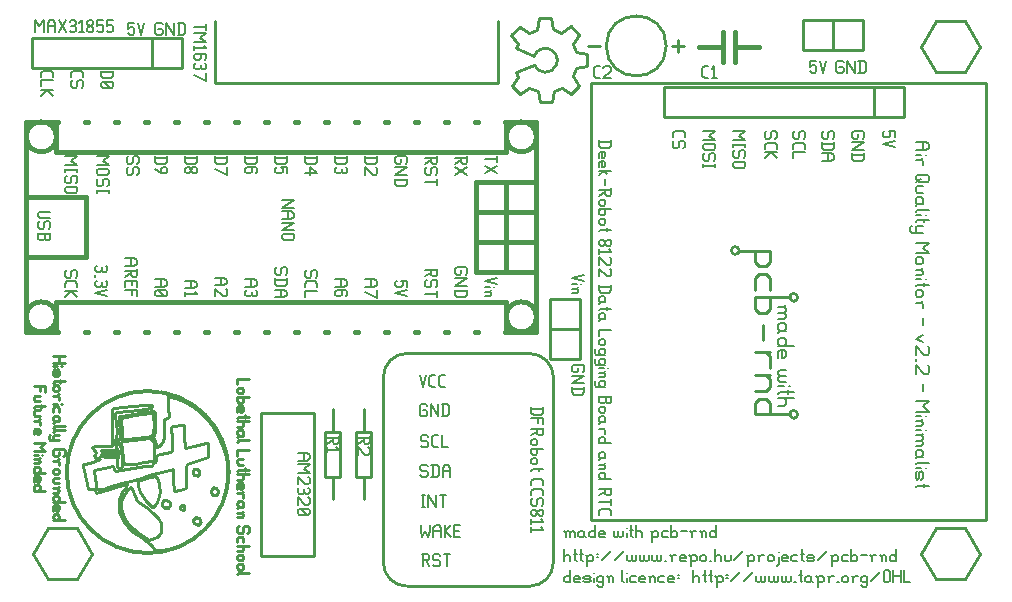
<source format=gto>
G04 start of page 2 for group 1 layer_idx 6 *
G04 Title: (unknown), top_silk *
G04 Creator: pcb-rnd 3.1.0-dev *
G04 CreationDate: 2023-02-07 00:46:01 UTC *
G04 For: esh *
G04 Format: Gerber/RS-274X *
G04 PCB-Dimensions: 322000 195000 *
G04 PCB-Coordinate-Origin: lower left *
%MOIN*%
%FSLAX25Y25*%
%LNTOP_SILK_NONE_1*%
%ADD42C,0.0070*%
%ADD41C,0.0140*%
%ADD40C,0.0150*%
%ADD39C,0.0100*%
G54D39*X170304Y179031D02*X164281Y181526D01*
X168534Y186597D02*X165399Y188709D01*
X162643Y185904D01*
X164809Y182806D01*
X164281Y181526D01*
X170304Y175969D02*X164281Y173474D01*
X164903Y172034D01*
X162791Y168899D01*
X158244Y190756D02*Y170000D01*
X280000Y191000D02*X260000D01*
X280000D02*Y181000D01*
X260000D02*Y191000D01*
Y181000D02*X280000D01*
X270000Y191000D02*Y181000D01*
X280000D02*X270000D01*
X304079Y173476D02*X299157Y182000D01*
X304079Y190524D01*
X313921D01*
X293567Y168543D02*Y158543D01*
G54D40*X237200Y182100D02*X245200D01*
G54D39*X293567Y168543D02*X213567D01*
X293567Y158543D02*X213567D01*
X283567Y168543D02*Y158543D01*
X293567D02*X283567D01*
X220300Y182300D02*X216300D01*
G54D40*X225200Y182100D02*X233200D01*
G54D39*X213567Y168543D02*Y158543D01*
X218300Y180300D02*Y184300D01*
G54D40*X237200Y177100D02*Y187100D01*
X233200Y177100D02*Y187100D01*
G54D39*X53000Y185000D02*X3000D01*
Y175000D02*Y185000D01*
Y175000D02*X53000D01*
X43000Y185000D02*Y175000D01*
X53000D02*X43000D01*
X162791Y168899D02*X165596Y166143D01*
X53000Y185000D02*Y175000D01*
X158244Y170000D02*X63756D01*
Y190744D02*Y170000D01*
G54D40*X161000Y147000D02*X11000D01*
Y157000D02*Y147000D01*
X161000Y157000D02*Y147000D01*
X120500Y157000D02*X121500D01*
X110500D02*X111500D01*
X100500D02*X101500D01*
X90500D02*X91500D01*
X150500D02*X151500D01*
X140500D02*X141500D01*
X130500D02*X131500D01*
X80500D02*X81500D01*
X70500D02*X71500D01*
X60500D02*X61500D01*
X50500D02*X51500D01*
X40500D02*X41500D01*
X30500D02*X31500D01*
X20500D02*X21500D01*
G54D39*X165596Y166143D02*X168694Y168309D01*
G54D40*X160500Y157000D02*X171000D01*
G54D39*X168694Y168309D02*X171433Y167203D01*
X176747Y167249D02*X179466Y168403D01*
X183191Y172194D02*X184297Y174933D01*
X188007Y175656D01*
X179466Y168403D02*X182601Y166291D01*
X185357Y169096D01*
X183191Y172194D01*
X188007Y175656D02*X187973Y179588D01*
X184251Y180247D01*
X192300Y182300D02*X188300D01*
X184251Y180247D02*X183097Y182966D01*
X179306Y186691D02*X176567Y187797D01*
X175844Y191507D01*
X171912Y191473D01*
X171253Y187751D01*
X183097Y182966D02*X185209Y186101D01*
X182404Y188857D01*
X179306Y186691D01*
X171253Y187751D02*X168534Y186597D01*
X171433Y167203D02*X172156Y163493D01*
X176088Y163527D01*
X176747Y167249D01*
X313921Y173476D02*X304079D01*
X313921Y190524D02*X318843Y182000D01*
X313921Y173476D01*
Y4476D02*X304079D01*
Y21524D02*X313921D01*
X318843Y13000D01*
X313921Y4476D01*
X304079D02*X299157Y13000D01*
X245100Y64700D02*X243800Y63400D01*
X247700Y64700D02*X249000Y63400D01*
X243800D02*Y59500D01*
X247700Y64700D02*X245100D01*
X299157Y13000D02*X304079Y21524D01*
X249000Y59500D02*Y63400D01*
X243800Y59500D02*X255500D01*
X321047Y24173D02*X189157D01*
X247700Y67300D02*X249000Y68600D01*
X243800Y110200D02*X245100Y108900D01*
X249000Y110200D02*X247700Y108900D01*
X245100D01*
X321047Y169843D02*X189157D01*
X245100Y106300D02*X243800Y105000D01*
X247700Y106300D02*X249000Y105000D01*
X247700Y106300D02*X245100D01*
Y93300D02*X243800Y94600D01*
X249000D02*X247700Y93300D01*
X245100D02*X247700D01*
Y67300D02*X243800D01*
X249000Y79000D02*Y75100D01*
X247700Y80300D02*X249000Y79000D01*
Y80300D02*X243800D01*
X246400Y89400D02*Y84200D01*
G54D40*X151000Y117000D02*X171000D01*
X151000Y127000D02*X171000D01*
X151000Y107000D02*Y137000D01*
G54D39*X249000Y114100D02*X238600D01*
G54D40*X161000Y107000D02*Y137000D01*
X171000Y107000D02*X151000D01*
Y137000D02*X171000D01*
Y157000D02*Y87000D01*
X161000D02*Y97000D01*
X160500Y87000D02*X171000D01*
G54D39*X185500Y88000D02*X175500D01*
Y98000D02*X185500D01*
X189157Y169843D02*Y24173D01*
X321047Y169843D02*Y24173D01*
X249000Y94600D02*Y98500D01*
Y105000D02*Y101100D01*
Y114100D02*Y110200D01*
X243800Y98500D02*Y94600D01*
Y105000D02*Y101100D01*
Y110200D02*Y114100D01*
X255500Y98500D02*X243800D01*
G54D40*X161000Y88000D02*Y87000D01*
G54D39*X185500Y78000D02*Y98000D01*
Y78000D02*X175500D01*
Y98000D02*Y78000D01*
Y88000D01*
X249000Y71200D02*Y68600D01*
X247700Y72500D02*X249000Y71200D01*
Y72500D02*X243800D01*
G54D40*X1000Y157000D02*Y87000D01*
Y157000D02*X11500D01*
X1000Y132000D02*X21000D01*
Y112000D02*X1000D01*
X21000D02*Y132000D01*
G54D39*X17921Y4476D02*X8079D01*
G54D40*X11000Y97000D02*Y87000D01*
X1000D02*X11500D01*
G54D39*X23337Y43742D02*X25557Y44462D01*
X25677Y44582D01*
X24177Y36002D02*X24357Y34862D01*
X23577Y40982D02*X23517Y40262D01*
X23757Y38522D01*
X24177Y36002D02*X23757Y38522D01*
X23817Y34142D02*X23277Y34742D01*
X24357Y34862D02*X24597Y34562D01*
X24957Y34442D01*
X3157Y13000D02*X8079Y21524D01*
X17921D01*
X24177Y33422D02*X23817Y34142D01*
X23277Y34742D02*X22317Y34562D01*
X21597D02*X22317D01*
X21597D02*X21117Y36422D01*
X20037Y42242D01*
Y42782D02*Y42242D01*
Y42782D02*X20397Y43022D01*
X23337Y43742D02*X20397Y43022D01*
X8079Y4476D02*X3157Y13000D01*
X17921Y21524D02*X22843Y13000D01*
X17921Y4476D01*
X25677Y44582D02*X25617Y44702D01*
X24897Y44882D01*
X24237Y45002D01*
G54D40*X60500Y87000D02*X61500D01*
X50500D02*X51500D01*
X40500D02*X41500D01*
X30500D02*X31500D01*
X90500D02*X91500D01*
X70500D02*X71500D01*
G54D39*X103150Y61142D02*Y53642D01*
X105650D02*X100650D01*
X113386Y61142D02*Y53642D01*
X115886D02*X110886D01*
G54D40*X11000Y97000D02*X161000D01*
X120500Y87000D02*X121500D01*
X110500D02*X111500D01*
X100500D02*X101500D01*
X80500D02*X81500D01*
X20500D02*X21500D01*
X150500D02*X151500D01*
X140500D02*X141500D01*
X130500D02*X131500D01*
G54D39*X127850Y79780D02*X168795D01*
X23877Y46202D02*X24177Y46622D01*
X24237Y46922D01*
X23577Y47762D01*
X22857Y48602D01*
X24237Y45002D02*X23757Y45302D01*
X23517Y45722D01*
X23877Y46202D01*
X29997Y42242D02*X26817Y41582D01*
X25977Y46082D02*X25557Y45482D01*
X27837Y45242D01*
X29877D01*
X29937Y45842D02*X29697Y45902D01*
X28317Y46202D01*
X27357Y46322D01*
X26997Y46502D01*
X28857Y34682D02*X24177Y33422D01*
X24957Y34442D02*X26397Y34682D01*
X29277Y35522D01*
X26817Y41582D02*X23577Y40982D01*
X26337Y46502D02*X25977Y46082D01*
X22857Y48602D02*X23757Y48782D01*
X29457D01*
X25737Y47462D02*X26097Y46922D01*
X26337Y46502D01*
X29637Y46982D02*X28137Y46742D01*
X28497Y47582D02*X25737Y47462D01*
X26997Y46502D02*X27237Y46682D01*
X28137Y46742D01*
X29457Y50222D02*Y48782D01*
X30537Y50642D02*X30657Y49502D01*
X31797Y49742D02*X31257Y50402D01*
X30657Y49502D02*X31257Y48062D01*
X28497Y47582D02*X31317D01*
X29637Y46982D02*X29877Y47162D01*
X29997Y46982D01*
X30357Y46742D01*
X30657Y46682D01*
X30777Y46502D01*
X30357Y46022D01*
X29937Y45842D01*
X31257Y48062D02*X31497Y47522D01*
X31677Y46502D01*
X32517Y47942D02*X32217Y48962D01*
X31797Y49742D01*
X31677Y46502D02*Y45422D01*
X31437Y45002D01*
X32757Y44402D02*X32517Y47942D01*
X31257Y45722D02*X31317Y46442D01*
Y47582D02*Y46442D01*
X32637Y50222D02*Y49862D01*
X31437Y45002D02*X31137Y44522D01*
X29877Y45242D02*X30897Y45362D01*
X31257Y45722D01*
X31137Y44522D02*Y43382D01*
X31377Y41822D01*
X32157Y41762D01*
X32877Y41942D01*
X32757Y44402D01*
X29517Y56402D02*X29577Y61262D01*
X30177Y61442D01*
X31257Y60122D02*X30597Y59822D01*
X30477Y59042D01*
X30177Y61442D02*X36357Y62222D01*
X30477Y59042D02*X30717Y56762D01*
X31977Y57422D02*X31857Y58862D01*
X32637Y58982D01*
X32697Y58202D02*X32577Y57062D01*
X36357Y62222D02*X40437Y62642D01*
X38637Y61082D02*X31257Y60122D01*
X30717Y56762D02*X31077Y53462D01*
X32277Y53942D02*X31977Y57422D01*
X37137Y59162D02*X32697Y58202D01*
X32577Y57062D02*X32757Y54662D01*
X29457Y50222D02*X29517Y56402D01*
X31077Y53462D02*X30777Y51842D01*
X30537Y50642D01*
X31257Y50402D02*X31857Y51242D01*
X32277Y52142D01*
X32757Y52082D02*X32697Y51422D01*
X32877Y51122D01*
X34557Y51182D01*
X37617Y51482D01*
X40737Y51962D01*
X41877Y51482D02*X36957Y51002D01*
X33177Y50462D01*
X32637Y50222D01*
X32277Y53942D02*Y52142D01*
X32877Y53162D02*X32757Y52082D01*
X32637Y58982D02*X40797Y60242D01*
X42357Y59942D02*X37137Y59162D01*
X32757Y54662D02*X32877Y53162D01*
X40437Y62642D02*X42237Y62762D01*
X42597Y62702D01*
Y61682D02*X38637Y61082D01*
X40797Y60242D02*X43077Y60542D01*
X43917Y59702D02*X43977Y56042D01*
X43917Y53642D01*
X43437Y56042D02*X43317Y59162D01*
X43137Y59822D01*
X42357Y59942D01*
X43917Y53642D02*X43617Y52682D01*
X40737Y51962D02*X42477Y52322D01*
X42957Y52742D01*
X43257Y53462D01*
X43437Y56042D01*
X42657Y51362D02*X41877Y51482D01*
X43617Y52682D02*X43257Y51902D01*
X43617Y51242D01*
X43917Y50642D01*
X43557Y49682D02*X43377Y50522D01*
X43017Y51062D01*
X42657Y51362D01*
X43917Y50642D02*X44097Y49682D01*
X44277Y48662D01*
X44697Y48482D01*
X45297Y48782D01*
X46077Y50042D01*
X46977Y51602D01*
X46857Y54722D01*
X46797Y57422D01*
X46917Y57782D01*
X47097Y57902D01*
X47997Y58202D01*
X48477Y58562D01*
X48357Y62102D01*
X42597Y62702D02*X42777Y62522D01*
X43017Y61982D01*
X48357Y62102D02*X48237Y65702D01*
X49317Y65402D01*
X51657Y64622D01*
X53937Y63482D01*
X57057Y61622D01*
X59817Y59342D01*
X62517Y56342D01*
X64677Y53042D01*
X53637Y52202D02*X53457Y55922D01*
X52737D02*X53457D01*
X52737D02*X49857Y55502D01*
X49377Y55382D01*
X49557Y51302D01*
X64677Y53042D02*X66357Y49382D01*
X79142Y12181D02*Y59819D01*
X96858D02*Y12181D01*
X79142D02*X96858D01*
X119976Y71906D02*Y10094D01*
X176669Y71906D02*Y10094D01*
X127850Y2220D02*X168795D01*
X115886Y53642D02*Y38642D01*
X103150D02*Y31142D01*
X113386Y38642D02*Y31142D01*
X105650Y53642D02*Y38642D01*
X110886D02*Y53642D01*
X100650Y38642D02*Y53642D01*
Y38642D02*X105650D01*
X110886D02*X115886D01*
X61677Y47762D02*Y45302D01*
Y47762D02*X61557Y50102D01*
X60717Y49982D01*
X59637Y44582D02*X61677Y45302D01*
X58497Y40802D02*X58437Y41102D01*
X58197D02*X58437D01*
X58197D02*X57717Y41162D01*
X57477Y41282D01*
X56997Y41162D01*
X56577Y40802D01*
X66357Y49382D02*X67497Y45422D01*
X67797Y43262D01*
X67857Y40502D01*
X60717Y49982D02*X56877Y49082D01*
X53877Y48422D01*
X53637Y52202D01*
X49557Y51302D02*X49677Y47222D01*
X47577Y46742D02*X45657Y46262D01*
X44517Y45842D01*
X44277Y45422D01*
X44097Y44102D01*
X49677Y47222D02*X48897Y47102D01*
X47577Y46742D01*
X43557Y44222D02*X43617Y46562D01*
X43557Y49682D01*
X32637Y49862D02*X32997Y48002D01*
X33297Y44642D02*X32997Y48002D01*
X67857Y40502D02*Y37682D01*
X67617Y35522D01*
X66717Y32042D01*
X65457Y28802D01*
X63297Y32702D02*X63837Y32582D01*
X64317Y32702D01*
X64497Y32942D02*X64737Y33422D01*
X64857Y33542D01*
X64797Y33902D01*
X65457Y28802D02*X63777Y25742D01*
X64317Y32702D02*X64497Y32942D01*
X64797Y33902D02*X64677Y34562D01*
X64557Y34742D01*
X64197Y34802D01*
X63477Y35162D02*X63237Y34922D01*
X62757Y34562D01*
X62577Y34382D01*
X62517Y33902D01*
X62577Y33362D01*
X64197Y34802D02*X63597Y35042D01*
X63477Y35162D01*
X62577Y33362D02*X62817Y32942D01*
X63297Y32702D02*X62817Y32942D01*
X63777Y25742D02*X61737Y23042D01*
X59397Y20582D01*
X50697Y15422D02*X48237Y14762D01*
X46017Y14282D01*
X44337Y14222D01*
X43857Y14282D01*
X59397Y20582D02*X56757Y18482D01*
X53817Y16742D01*
X50697Y15422D01*
X43857Y14282D02*X43677Y14462D01*
X43257Y15122D01*
X42297Y16142D01*
X32457Y25502D02*X31977Y26882D01*
X31737Y28442D01*
X32457Y28742D02*X32817Y26882D01*
X34797Y21962D02*X33537Y23582D01*
X32457Y25502D01*
X33837Y24542D02*X35217Y22562D01*
X33837Y24542D02*X32817Y26882D01*
X36657Y20342D02*X34797Y21962D01*
X35217Y22562D02*X36717Y21242D01*
X38817Y19622D01*
X42297Y16142D02*X39177Y18542D01*
X36657Y20342D01*
X38817Y19622D02*X40797Y18242D01*
X41937Y17702D01*
X43497Y18122D01*
X44697Y18662D01*
X45417Y19442D01*
X43257Y26462D02*X40737Y28502D01*
X37977Y30722D01*
X40977Y30482D02*X42057Y29162D01*
X42777Y28502D01*
X43317Y28622D01*
X40977Y30482D02*X38997Y33542D01*
X45777Y23282D02*X44877Y24782D01*
X43257Y26462D01*
X56937Y24722D02*X56697Y24602D01*
Y24302D01*
X56637Y23762D01*
X56577Y23522D01*
X57477Y25322D02*X57297Y25022D01*
X57177Y24782D01*
X56937Y24722D01*
X56577Y23522D02*X56937Y23162D01*
X58617Y24782D02*X58317Y24902D01*
X57777Y25082D01*
X57477Y25322D01*
X58737Y23102D02*X58917Y23462D01*
Y24062D02*X58737Y24482D01*
X58617Y24782D01*
X58077Y22742D02*X58557Y22802D01*
X58737Y23102D01*
X58917Y23462D02*X59157Y23762D01*
X58917Y24062D01*
X56937Y23162D02*X58077Y22742D01*
X43317Y28622D02*X43917Y29222D01*
X46857Y28442D02*X47157Y28202D01*
X47457Y28382D01*
X46197Y29642D02*X46377Y28802D01*
X46857Y28442D02*X46377Y28802D01*
X47457Y28382D02*X47697Y28502D01*
X47877Y28442D01*
X48237Y28202D01*
X48417Y28622D01*
X52197Y28802D02*X52137Y28322D01*
X52377Y27902D01*
X53097Y27662D02*X53457Y27722D01*
X53637Y28022D01*
X53577Y28862D01*
X53097Y27662D02*X52377Y27902D01*
X53577Y28862D02*X53397Y29162D01*
X53037Y29222D01*
X52557Y29102D01*
X52197Y28802D01*
X48417Y28622D02*X48777Y29222D01*
X49017Y29462D01*
X48777Y29822D01*
X48057Y30722D02*X47577Y30842D01*
X47517Y31022D01*
X47277Y31082D01*
X46917Y30782D01*
X48777Y29822D02*X48477Y30482D01*
X48357Y30662D01*
X48057Y30722D01*
X46917Y30782D02*X46497Y30482D01*
X46317Y30242D01*
X46197Y29642D01*
X43917Y29222D02*X44517Y30122D01*
X44997Y31142D01*
X45417Y33602D01*
Y19442D02*X45897Y20402D01*
X46017Y21722D01*
X45777Y23282D01*
X37977Y30722D02*X37077Y32222D01*
X36237Y34442D01*
X31737Y29942D02*Y28442D01*
X32697Y30662D02*X32457Y28742D01*
X31737Y29942D02*X32037Y31322D01*
X32937Y33542D01*
X34797Y34442D02*X33477Y32582D01*
X32697Y30662D01*
X33117Y36002D02*X30837Y35282D01*
X28857Y34682D01*
X29277Y35522D02*X33897Y36902D01*
X34377Y37082D01*
X32937Y33542D02*X34077Y35402D01*
X34497Y36242D01*
X33117Y36002D01*
X36237Y34442D02*X35817Y35402D01*
X34797Y34442D01*
X38217Y35762D02*X38997Y33542D01*
X34377Y37082D02*X35757Y37382D01*
X39357Y38402D01*
X40917Y38162D02*X39237Y37562D01*
X38337Y37142D01*
X38157Y36542D01*
X38217Y35762D01*
X36537Y41462D02*X30477Y40562D01*
X30177Y41402D01*
X29997Y42242D01*
X33297Y44642D02*X33417Y42842D01*
X34677D01*
X39357Y38402D02*X42957Y39482D01*
X42777Y42422D02*X40557Y42122D01*
X36537Y41462D01*
X34677Y42842D02*X37077Y43022D01*
X40257Y43562D01*
X42957Y44042D01*
X42657Y38702D02*X40917Y38162D01*
X42957Y39482D02*X44577Y39962D01*
X47457Y40742D01*
X49797Y41282D01*
X43737Y38882D02*X42657Y38702D01*
X49797Y41282D02*X50037Y37562D01*
X50337Y33842D01*
X45417Y33602D02*X45357Y36062D01*
X44757Y37982D01*
X50337Y33842D02*X52377Y34322D01*
X54297Y34922D01*
X54237Y38882D01*
X44757Y37982D02*X44277Y38582D01*
X43737Y38882D01*
X54237D02*X54177Y42062D01*
X56577Y40802D02*X56517Y40262D01*
X56637Y39722D01*
X57297Y39122D02*X58017D01*
X58677Y40262D02*X58497Y40802D01*
X56637Y39722D02*X56937Y39302D01*
X57297Y39122D02*X56937Y39302D01*
X58017Y39122D02*X58257Y39062D01*
X58557Y39542D01*
X58677Y40262D01*
X54177Y42062D02*X54417Y42962D01*
X59637Y44582D01*
X44097Y44102D02*X43857Y43742D01*
X43557Y43562D01*
X43137Y43382D01*
X43077Y42962D01*
X42957Y44042D02*X43557Y44222D01*
X43077Y42962D02*X42957Y42542D01*
X42777Y42422D01*
X43017Y61982D02*X42597Y61682D01*
X43077Y60542D02*X43737Y60422D01*
X43917Y59702D01*
X79142Y59819D02*X96858D01*
X170304Y179031D02*G75*G02X177696Y175969I3696J-1531D01*G01*
X177696Y175969D02*G75*G02X170304Y175969I-3696J1531D01*G01*
G54D41*X68457Y40262D02*G75*G03X14457Y40262I-27000J0D01*G01*
G75*G03X68457Y40262I27000J0D01*G01*
G54D40*X171000Y92000D02*G75*G03X161000Y92000I-5000J0D01*G01*
G75*G03X171000Y92000I5000J0D01*G01*
Y152000D02*G75*G03X161000Y152000I-5000J0D01*G01*
G75*G03X171000Y152000I5000J0D01*G01*
G54D39*X127850Y79780D02*G75*G03X119976Y71906I0J-7874D01*G01*
X168795Y79780D02*G75*G02X176669Y71906I0J-7874D01*G01*
X256800Y60800D02*G75*G03X256800Y58200I0J-1300D01*G01*
G75*G03X256800Y60800I0J1300D01*G01*
Y99800D02*G75*G03X256800Y97200I0J-1300D01*G01*
G75*G03X256800Y99800I0J1300D01*G01*
X237300Y115400D02*G75*G03X237300Y112800I0J-1300D01*G01*
G75*G03X237300Y115400I0J1300D01*G01*
X214300Y182300D02*G75*G03X194300Y182300I-10000J0D01*G01*
Y182300D02*G75*G03X214300Y182300I10000J0D01*G01*
G54D40*X11000Y92000D02*G75*G03X1000Y92000I-5000J0D01*G01*
G75*G03X11000Y92000I5000J0D01*G01*
Y152000D02*G75*G03X1000Y152000I-5000J0D01*G01*
G75*G03X11000Y152000I5000J0D01*G01*
G54D39*X119976Y10094D02*G75*G03X127850Y2220I7874J0D01*G01*
X176669Y10094D02*G75*G02X168795Y2220I-7874J0D01*G01*
G54D42*X6000Y173300D02*Y172000D01*
X6700Y174000D02*X6000Y173300D01*
X9300Y174000D02*X6700D01*
X9300D02*X10000Y173300D01*
Y172000D01*
Y170800D02*X6000D01*
Y168800D01*
X10000Y167600D02*X6000D01*
X8000D02*X10000Y165600D01*
X8000Y167600D02*X6000Y165600D01*
X30000Y173500D02*X26000D01*
X30000Y172200D02*X29300Y171500D01*
X26700D01*
X26000Y172200D02*X26700Y171500D01*
X26000Y174000D02*Y172200D01*
X30000Y174000D02*Y172200D01*
X26500Y170300D02*X26000Y169800D01*
X29500Y170300D02*X26500D01*
X29500D02*X30000Y169800D01*
Y168800D01*
X29500Y168300D01*
X26500D01*
X26000Y168800D02*X26500Y168300D01*
X26000Y169800D02*Y168800D01*
X27000Y170300D02*X29000Y168300D01*
X16000Y173300D02*Y172000D01*
X16700Y174000D02*X16000Y173300D01*
X19300Y174000D02*X16700D01*
X19300D02*X20000Y173300D01*
Y172000D01*
Y168800D02*X19500Y168300D01*
X20000Y170300D02*Y168800D01*
X19500Y170800D02*X20000Y170300D01*
X19500Y170800D02*X18500D01*
X18000Y170300D01*
Y168800D01*
X17500Y168300D01*
X16500D01*
X16000Y168800D02*X16500Y168300D01*
X16000Y170300D02*Y168800D01*
X16500Y170800D02*X16000Y170300D01*
X38500Y143500D02*X38000Y143000D01*
X38500Y145000D02*Y143500D01*
X38000Y145500D02*X38500Y145000D01*
X38000Y145500D02*X37000D01*
X36500Y145000D01*
Y143500D01*
X36000Y143000D01*
X35000D01*
X34500Y143500D02*X35000Y143000D01*
X34500Y145000D02*Y143500D01*
X35000Y145500D02*X34500Y145000D01*
X38500Y139800D02*X38000Y139300D01*
X38500Y141300D02*Y139800D01*
X38000Y141800D02*X38500Y141300D01*
X38000Y141800D02*X37000D01*
X36500Y141300D01*
Y139800D01*
X36000Y139300D01*
X35000D01*
X34500Y139800D02*X35000Y139300D01*
X34500Y141300D02*Y139800D01*
X35000Y141800D02*X34500Y141300D01*
G54D39*X13727Y79031D02*X9927D01*
X13727Y76656D02*X9927D01*
X11827Y79031D02*Y76656D01*
X12777Y75516D02*X12682D01*
X11352D02*X9927D01*
Y74091D02*Y72666D01*
X10402Y72191D01*
X10877Y72666D02*X10402Y72191D01*
X10877Y74091D02*Y72666D01*
X11352Y74566D02*X10877Y74091D01*
X11352Y74566D02*X11827Y74091D01*
Y72666D01*
X11352Y72191D01*
X10402Y74566D02*X9927Y74091D01*
X13727Y70576D02*X10402D01*
X9927Y70101D01*
X12302Y71051D02*Y70101D01*
X11352Y69151D02*X10402D01*
X11352D02*X11827Y68676D01*
Y67726D01*
X11352Y67251D01*
X10402D01*
X9927Y67726D02*X10402Y67251D01*
X9927Y68676D02*Y67726D01*
X10402Y69151D02*X9927Y68676D01*
X11352Y65636D02*X9927D01*
X11352D02*X11827Y65161D01*
Y64211D01*
Y66111D02*X11352Y65636D01*
X12777Y63071D02*X12682D01*
X11352D02*X9927D01*
X11827Y61646D02*Y60221D01*
X11352Y62121D02*X11827Y61646D01*
X11352Y62121D02*X10402D01*
X9927Y61646D01*
Y60221D01*
X11827Y57656D02*X11352Y57181D01*
X11827Y58606D02*Y57656D01*
X11352Y59081D02*X11827Y58606D01*
X11352Y59081D02*X10402D01*
X9927Y58606D01*
X11827Y57181D02*X10402D01*
X9927Y56706D01*
Y58606D02*Y57656D01*
X10402Y57181D01*
X13727Y55566D02*X10402D01*
X9927Y55091D01*
X13727Y54141D02*X10402D01*
X9927Y53666D01*
X11827Y52716D02*X10402D01*
X9927Y52241D01*
X11827Y50816D02*X8977D01*
X8502Y51291D02*X8977Y50816D01*
X8502Y52241D02*Y51291D01*
X8977Y52716D02*X8502Y52241D01*
X9927D02*Y51291D01*
X10402Y50816D01*
X13727Y46066D02*X13252Y45591D01*
X13727Y47491D02*Y46066D01*
X13252Y47966D02*X13727Y47491D01*
X13252Y47966D02*X10402D01*
X9927Y47491D01*
Y46066D01*
X10402Y45591D01*
X11352D02*X10402D01*
X11827Y46066D02*X11352Y45591D01*
X11827Y47016D02*Y46066D01*
X11352Y43976D02*X9927D01*
X11352D02*X11827Y43501D01*
Y42551D01*
Y44451D02*X11352Y43976D01*
Y41411D02*X10402D01*
X11352D02*X11827Y40936D01*
Y39986D01*
X11352Y39511D01*
X10402D01*
X9927Y39986D02*X10402Y39511D01*
X9927Y40936D02*Y39986D01*
X10402Y41411D02*X9927Y40936D01*
X11827Y38371D02*X10402D01*
X9927Y37896D01*
Y36946D01*
X10402Y36471D01*
X11827D02*X10402D01*
X11352Y34856D02*X9927D01*
X11352D02*X11827Y34381D01*
Y33906D01*
X11352Y33431D01*
X9927D01*
X11827Y35331D02*X11352Y34856D01*
X13727Y30391D02*X9927D01*
Y30866D02*X10402Y30391D01*
X9927Y31816D02*Y30866D01*
X10402Y32291D02*X9927Y31816D01*
X11352Y32291D02*X10402D01*
X11352D02*X11827Y31816D01*
Y30866D01*
X11352Y30391D01*
X9927Y28776D02*Y27351D01*
X10402Y29251D02*X9927Y28776D01*
X11352Y29251D02*X10402D01*
X11352D02*X11827Y28776D01*
Y27826D01*
X11352Y27351D01*
X10877Y29251D02*Y27351D01*
X11352D01*
X13727Y24311D02*X9927D01*
Y24786D02*X10402Y24311D01*
X9927Y25736D02*Y24786D01*
X10402Y26211D02*X9927Y25736D01*
X11352Y26211D02*X10402D01*
X11352D02*X11827Y25736D01*
Y24786D01*
X11352Y24311D01*
G54D42*X37000Y111500D02*X34000D01*
X37000D02*X38000Y110800D01*
Y109700D01*
X37000Y109000D01*
X34000D01*
X36000Y111500D02*Y109000D01*
X38000Y107800D02*Y105800D01*
X37500Y105300D01*
X36500D01*
X36000Y105800D02*X36500Y105300D01*
X36000Y107300D02*Y105800D01*
X38000Y107300D02*X34000D01*
X36000Y106500D02*X34000Y105300D01*
X36200Y104100D02*Y102600D01*
X34000Y104100D02*Y102100D01*
X38000Y104100D02*X34000D01*
X38000D02*Y102100D01*
Y100900D02*X34000D01*
X38000D02*Y98900D01*
X36200Y100900D02*Y99400D01*
X27500Y109000D02*X28000Y108500D01*
Y107500D01*
X27500Y107000D01*
X24000Y107500D02*X24500Y107000D01*
X24000Y108500D02*Y107500D01*
X24500Y109000D02*X24000Y108500D01*
X26200D02*Y107500D01*
X27500Y107000D02*X26700D01*
X25700D02*X24500D01*
X25700D02*X26200Y107500D01*
X26700Y107000D02*X26200Y107500D01*
X24000Y105800D02*Y105300D01*
X27500Y104100D02*X28000Y103600D01*
Y102600D01*
X27500Y102100D01*
X24000Y102600D02*X24500Y102100D01*
X24000Y103600D02*Y102600D01*
X24500Y104100D02*X24000Y103600D01*
X26200D02*Y102600D01*
X27500Y102100D02*X26700D01*
X25700D02*X24500D01*
X25700D02*X26200Y102600D01*
X26700Y102100D02*X26200Y102600D01*
X28000Y100900D02*X24000Y99900D01*
X28000Y98900D01*
X18000Y105500D02*X17500Y105000D01*
X18000Y107000D02*Y105500D01*
X17500Y107500D02*X18000Y107000D01*
X17500Y107500D02*X16500D01*
X16000Y107000D01*
Y105500D01*
X15500Y105000D01*
X14500D01*
X14000Y105500D02*X14500Y105000D01*
X14000Y107000D02*Y105500D01*
X14500Y107500D02*X14000Y107000D01*
Y103100D02*Y101800D01*
X14700Y103800D02*X14000Y103100D01*
X17300Y103800D02*X14700D01*
X17300D02*X18000Y103100D01*
Y101800D01*
Y100600D02*X14000D01*
X16000D02*X18000Y98600D01*
X16000Y100600D02*X14000Y98600D01*
X28500Y145500D02*X24500D01*
X28500D02*X26500Y144000D01*
X28500Y142500D01*
X24500D01*
X28000Y141300D02*X25000D01*
X28000D02*X28500Y140800D01*
Y139800D01*
X28000Y139300D01*
X25000D01*
X24500Y139800D02*X25000Y139300D01*
X24500Y140800D02*Y139800D01*
X25000Y141300D02*X24500Y140800D01*
X28500Y136100D02*X28000Y135600D01*
X28500Y137600D02*Y136100D01*
X28000Y138100D02*X28500Y137600D01*
X28000Y138100D02*X27000D01*
X26500Y137600D01*
Y136100D01*
X26000Y135600D01*
X25000D01*
X24500Y136100D02*X25000Y135600D01*
X24500Y137600D02*Y136100D01*
X25000Y138100D02*X24500Y137600D01*
X28500Y134400D02*Y133400D01*
Y133900D02*X24500D01*
Y134400D02*Y133400D01*
X18000Y145500D02*X14000D01*
X18000D02*X16000Y144000D01*
X18000Y142500D01*
X14000D01*
X18000Y141300D02*Y140300D01*
Y140800D02*X14000D01*
Y141300D02*Y140300D01*
X18000Y137100D02*X17500Y136600D01*
X18000Y138600D02*Y137100D01*
X17500Y139100D02*X18000Y138600D01*
X17500Y139100D02*X16500D01*
X16000Y138600D01*
Y137100D01*
X15500Y136600D01*
X14500D01*
X14000Y137100D02*X14500Y136600D01*
X14000Y138600D02*Y137100D01*
X14500Y139100D02*X14000Y138600D01*
X17500Y135400D02*X14500D01*
X17500D02*X18000Y134900D01*
Y133900D01*
X17500Y133400D01*
X14500D01*
X14000Y133900D02*X14500Y133400D01*
X14000Y134900D02*Y133900D01*
X14500Y135400D02*X14000Y134900D01*
X9000Y127000D02*X5500D01*
X5000Y126500D01*
Y125500D01*
X5500Y125000D01*
X9000D02*X5500D01*
X9000Y121800D02*X8500Y121300D01*
X9000Y123300D02*Y121800D01*
X8500Y123800D02*X9000Y123300D01*
X8500Y123800D02*X7500D01*
X7000Y123300D01*
Y121800D01*
X6500Y121300D01*
X5500D01*
X5000Y121800D02*X5500Y121300D01*
X5000Y123300D02*Y121800D01*
X5500Y123800D02*X5000Y123300D01*
Y120100D02*Y118100D01*
X5500Y117600D01*
X6700D02*X5500D01*
X7200Y118100D02*X6700Y117600D01*
X7200Y119600D02*Y118100D01*
X9000Y119600D02*X5000D01*
X9000Y120100D02*Y118100D01*
X8500Y117600D01*
X7700D01*
X7200Y118100D02*X7700Y117600D01*
X77000Y104500D02*X74000D01*
X77000D02*X78000Y103800D01*
Y102700D01*
X77000Y102000D01*
X74000D01*
X76000Y104500D02*Y102000D01*
X77500Y100800D02*X78000Y100300D01*
Y99300D01*
X77500Y98800D01*
X74000Y99300D02*X74500Y98800D01*
X74000Y100300D02*Y99300D01*
X74500Y100800D02*X74000Y100300D01*
X76200D02*Y99300D01*
X77500Y98800D02*X76700D01*
X75700D02*X74500D01*
X75700D02*X76200Y99300D01*
X76700Y98800D02*X76200Y99300D01*
X67000Y105000D02*X64000D01*
X67000D02*X68000Y104300D01*
Y103200D01*
X67000Y102500D01*
X64000D01*
X66000Y105000D02*Y102500D01*
X67500Y101300D02*X68000Y100800D01*
Y99300D01*
X67500Y98800D01*
X66500D01*
X64000Y101300D02*X66500Y98800D01*
X64000Y101300D02*Y98800D01*
X57000Y104000D02*X54000D01*
X57000D02*X58000Y103300D01*
Y102200D01*
X57000Y101500D01*
X54000D01*
X56000Y104000D02*Y101500D01*
X57200Y100300D02*X58000Y99500D01*
X54000D01*
Y100300D02*Y98800D01*
X47000Y104500D02*X44000D01*
X47000D02*X48000Y103800D01*
Y102700D01*
X47000Y102000D01*
X44000D01*
X46000Y104500D02*Y102000D01*
X44500Y100800D02*X44000Y100300D01*
X47500Y100800D02*X44500D01*
X47500D02*X48000Y100300D01*
Y99300D01*
X47500Y98800D01*
X44500D01*
X44000Y99300D02*X44500Y98800D01*
X44000Y100300D02*Y99300D01*
X45000Y100800D02*X47000Y98800D01*
X117000Y104500D02*X114000D01*
X117000D02*X118000Y103800D01*
Y102700D01*
X117000Y102000D01*
X114000D01*
X116000Y104500D02*Y102000D01*
X114000Y100300D02*X118000Y98300D01*
Y100800D02*Y98300D01*
X107000Y104500D02*X104000D01*
X107000D02*X108000Y103800D01*
Y102700D01*
X107000Y102000D01*
X104000D01*
X106000Y104500D02*Y102000D01*
X108000Y99300D02*X107500Y98800D01*
X108000Y100300D02*Y99300D01*
X107500Y100800D02*X108000Y100300D01*
X107500Y100800D02*X104500D01*
X104000Y100300D01*
X106200Y99300D02*X105700Y98800D01*
X106200Y100800D02*Y99300D01*
X104000Y100300D02*Y99300D01*
X104500Y98800D01*
X105700D02*X104500D01*
X128000Y104000D02*Y102000D01*
Y104000D02*X126000D01*
X126500Y103500D01*
Y102500D01*
X126000Y102000D01*
X124500D01*
X124000Y102500D02*X124500Y102000D01*
X124000Y103500D02*Y102500D01*
X124500Y104000D02*X124000Y103500D01*
X128000Y100800D02*X124000Y99800D01*
X128000Y98800D01*
X94457Y46606D02*X91457D01*
X94457D02*X95457Y45906D01*
Y44806D01*
X94457Y44106D01*
X91457D01*
X93457Y46606D02*Y44106D01*
X95457Y42906D02*X91457D01*
X95457D02*X93457Y41406D01*
X95457Y39906D01*
X91457D01*
X94957Y38706D02*X95457Y38206D01*
Y36706D01*
X94957Y36206D01*
X93957D01*
X91457Y38706D02*X93957Y36206D01*
X91457Y38706D02*Y36206D01*
X94957Y35006D02*X95457Y34506D01*
Y33506D01*
X94957Y33006D01*
X91457Y33506D02*X91957Y33006D01*
X91457Y34506D02*Y33506D01*
X91957Y35006D02*X91457Y34506D01*
X93657D02*Y33506D01*
X94957Y33006D02*X94157D01*
X93157D02*X91957D01*
X93157D02*X93657Y33506D01*
X94157Y33006D02*X93657Y33506D01*
X94957Y31806D02*X95457Y31306D01*
Y29806D01*
X94957Y29306D01*
X93957D01*
X91457Y31806D02*X93957Y29306D01*
X91457Y31806D02*Y29306D01*
X91957Y28106D02*X91457Y27606D01*
X94957Y28106D02*X91957D01*
X94957D02*X95457Y27606D01*
Y26606D01*
X94957Y26106D01*
X91957D01*
X91457Y26606D02*X91957Y26106D01*
X91457Y27606D02*Y26606D01*
X92457Y28106D02*X94457Y26106D01*
X134142Y62906D02*X134642Y62406D01*
X132642Y62906D02*X134142D01*
X132142Y62406D02*X132642Y62906D01*
X132142Y62406D02*Y59406D01*
X132642Y58906D01*
X134142D01*
X134642Y59406D01*
Y60406D02*Y59406D01*
X134142Y60906D02*X134642Y60406D01*
X133142Y60906D02*X134142D01*
X135842Y62906D02*Y58906D01*
Y62906D02*X138342Y58906D01*
Y62906D02*Y58906D01*
X140042Y62906D02*Y58906D01*
X141342Y62906D02*X142042Y62206D01*
Y59606D01*
X141342Y58906D02*X142042Y59606D01*
X139542Y58906D02*X141342D01*
X139542Y62906D02*X141342D01*
X134488Y52508D02*X134988Y52008D01*
X132988Y52508D02*X134488D01*
X132488Y52008D02*X132988Y52508D01*
X132488Y52008D02*Y51008D01*
X132988Y50508D01*
X134488D01*
X134988Y50008D01*
Y49008D01*
X134488Y48508D02*X134988Y49008D01*
X132988Y48508D02*X134488D01*
X132488Y49008D02*X132988Y48508D01*
X136888D02*X138188D01*
X136188Y49208D02*X136888Y48508D01*
X136188Y51808D02*Y49208D01*
Y51808D02*X136888Y52508D01*
X138188D01*
X139388D02*Y48508D01*
X141388D01*
X132827Y32472D02*X133827D01*
X133327D02*Y28472D01*
X132827D02*X133827D01*
X135027Y32472D02*Y28472D01*
Y32472D02*X137527Y28472D01*
Y32472D02*Y28472D01*
X138727Y32472D02*X140727D01*
X139727D02*Y28472D01*
X105150Y52142D02*Y50142D01*
X104650Y49642D01*
X103650D01*
X103150Y50142D02*X103650Y49642D01*
X103150Y51642D02*Y50142D01*
X105150Y51642D02*X101150D01*
X103150Y50842D02*X101150Y49642D01*
X104350Y48442D02*X105150Y47642D01*
X101150D01*
Y48442D02*Y46942D01*
X115386Y52142D02*Y50142D01*
X114886Y49642D01*
X113886D01*
X113386Y50142D02*X113886Y49642D01*
X113386Y51642D02*Y50142D01*
X115386Y51642D02*X111386D01*
X113386Y50842D02*X111386Y49642D01*
X114886Y48442D02*X115386Y47942D01*
Y46442D01*
X114886Y45942D01*
X113886D01*
X111386Y48442D02*X113886Y45942D01*
X111386Y48442D02*Y45942D01*
X158000Y105000D02*X154000Y104000D01*
X158000Y103000D01*
X157000Y101800D02*X156900D01*
X155500D02*X154000D01*
X155500Y100300D02*X154000D01*
X155500D02*X156000Y99800D01*
Y99300D01*
X155500Y98800D01*
X154000D01*
X156000Y100800D02*X155500Y100300D01*
X132165Y72681D02*X133165Y68681D01*
X134165Y72681D01*
X136065Y68681D02*X137365D01*
X135365Y69381D02*X136065Y68681D01*
X135365Y71981D02*Y69381D01*
Y71981D02*X136065Y72681D01*
X137365D01*
X139265Y68681D02*X140565D01*
X138565Y69381D02*X139265Y68681D01*
X138565Y71981D02*Y69381D01*
Y71981D02*X139265Y72681D01*
X140565D01*
X134343Y42717D02*X134843Y42217D01*
X132843Y42717D02*X134343D01*
X132343Y42217D02*X132843Y42717D01*
X132343Y42217D02*Y41217D01*
X132843Y40717D01*
X134343D01*
X134843Y40217D01*
Y39217D01*
X134343Y38717D02*X134843Y39217D01*
X132843Y38717D02*X134343D01*
X132343Y39217D02*X132843Y38717D01*
X136543Y42717D02*Y38717D01*
X137843Y42717D02*X138543Y42017D01*
Y39417D01*
X137843Y38717D02*X138543Y39417D01*
X136043Y38717D02*X137843D01*
X136043Y42717D02*X137843D01*
X139743Y41717D02*Y38717D01*
Y41717D02*X140443Y42717D01*
X141543D01*
X142243Y41717D01*
Y38717D01*
X139743Y40717D02*X142243D01*
X187000Y106000D02*X183000Y105000D01*
X187000Y104000D01*
X186000Y102800D02*X185900D01*
X184500D02*X183000D01*
X184500Y101300D02*X183000D01*
X184500D02*X185000Y100800D01*
Y100300D01*
X184500Y99800D01*
X183000D01*
X185000Y101800D02*X184500Y101300D01*
X187000Y74000D02*X186500Y73500D01*
X187000Y75500D02*Y74000D01*
X186500Y76000D02*X187000Y75500D01*
X186500Y76000D02*X183500D01*
X183000Y75500D01*
Y74000D01*
X183500Y73500D01*
X184500D02*X183500D01*
X185000Y74000D02*X184500Y73500D01*
X185000Y75000D02*Y74000D01*
X187000Y72300D02*X183000D01*
X187000D02*X183000Y69800D01*
X187000D02*X183000D01*
X187000Y68100D02*X183000D01*
X187000Y66800D02*X186300Y66100D01*
X183700D01*
X183000Y66800D02*X183700Y66100D01*
X183000Y68600D02*Y66800D01*
X187000Y68600D02*Y66800D01*
X173354Y61370D02*X169354D01*
X173354Y60070D02*X172654Y59370D01*
X170054D01*
X169354Y60070D02*X170054Y59370D01*
X169354Y61870D02*Y60070D01*
X173354Y61870D02*Y60070D01*
Y58170D02*X169354D01*
X173354D02*Y56170D01*
X171554Y58170D02*Y56670D01*
X173354Y54970D02*Y52970D01*
X172854Y52470D01*
X171854D01*
X171354Y52970D02*X171854Y52470D01*
X171354Y54470D02*Y52970D01*
X173354Y54470D02*X169354D01*
X171354Y53670D02*X169354Y52470D01*
X170854Y51270D02*X169854D01*
X170854D02*X171354Y50770D01*
Y49770D01*
X170854Y49270D01*
X169854D01*
X169354Y49770D02*X169854Y49270D01*
X169354Y50770D02*Y49770D01*
X169854Y51270D02*X169354Y50770D01*
X173354Y48070D02*X169354D01*
X169854D02*X169354Y47570D01*
Y46570D01*
X169854Y46070D01*
X170854D02*X169854D01*
X171354Y46570D02*X170854Y46070D01*
X171354Y47570D02*Y46570D01*
X170854Y48070D02*X171354Y47570D01*
X170854Y44870D02*X169854D01*
X170854D02*X171354Y44370D01*
Y43370D01*
X170854Y42870D01*
X169854D01*
X169354Y43370D02*X169854Y42870D01*
X169354Y44370D02*Y43370D01*
X169854Y44870D02*X169354Y44370D01*
X173354Y41170D02*X169854D01*
X169354Y40670D01*
X171854Y41670D02*Y40670D01*
X169354Y37170D02*Y35870D01*
X170054Y37870D02*X169354Y37170D01*
X172654Y37870D02*X170054D01*
X172654D02*X173354Y37170D01*
Y35870D01*
X169354Y33970D02*Y32670D01*
X170054Y34670D02*X169354Y33970D01*
X172654Y34670D02*X170054D01*
X172654D02*X173354Y33970D01*
Y32670D01*
Y29470D02*X172854Y28970D01*
X173354Y30970D02*Y29470D01*
X172854Y31470D02*X173354Y30970D01*
X172854Y31470D02*X171854D01*
X171354Y30970D01*
Y29470D01*
X170854Y28970D01*
X169854D01*
X169354Y29470D02*X169854Y28970D01*
X169354Y30970D02*Y29470D01*
X169854Y31470D02*X169354Y30970D01*
X169854Y27770D02*X169354Y27270D01*
X170654Y27770D02*X169854D01*
X170654D02*X171354Y27070D01*
Y26470D01*
X170654Y25770D01*
X169854D01*
X169354Y26270D02*X169854Y25770D01*
X169354Y27270D02*Y26270D01*
X172054Y27770D02*X171354Y27070D01*
X172854Y27770D02*X172054D01*
X172854D02*X173354Y27270D01*
Y26270D01*
X172854Y25770D01*
X172054D01*
X171354Y26470D02*X172054Y25770D01*
X172554Y24570D02*X173354Y23770D01*
X169354D01*
Y24570D02*Y23070D01*
X172554Y21870D02*X173354Y21070D01*
X169354D01*
Y21870D02*Y20370D01*
X195925Y150276D02*X191925D01*
X195925Y148976D02*X195225Y148276D01*
X192625D01*
X191925Y148976D02*X192625Y148276D01*
X191925Y150776D02*Y148976D01*
X195925Y150776D02*Y148976D01*
X191925Y146576D02*Y145076D01*
X192425Y147076D02*X191925Y146576D01*
X193425Y147076D02*X192425D01*
X193425D02*X193925Y146576D01*
Y145576D01*
X193425Y145076D01*
X192925Y147076D02*Y145076D01*
X193425D01*
X191925Y143376D02*Y141876D01*
X192425Y143876D02*X191925Y143376D01*
X193425Y143876D02*X192425D01*
X193425D02*X193925Y143376D01*
Y142376D01*
X193425Y141876D01*
X192925Y143876D02*Y141876D01*
X193425D01*
X195925Y140676D02*X191925D01*
X193425D02*X191925Y139176D01*
X193425Y140676D02*X194425Y139676D01*
X193925Y137976D02*Y135976D01*
X195925Y134776D02*Y132776D01*
X195425Y132276D01*
X194425D01*
X193925Y132776D02*X194425Y132276D01*
X193925Y134276D02*Y132776D01*
X195925Y134276D02*X191925D01*
X193925Y133476D02*X191925Y132276D01*
X193425Y131076D02*X192425D01*
X193425D02*X193925Y130576D01*
Y129576D01*
X193425Y129076D01*
X192425D01*
X191925Y129576D02*X192425Y129076D01*
X191925Y130576D02*Y129576D01*
X192425Y131076D02*X191925Y130576D01*
X195925Y127876D02*X191925D01*
X192425D02*X191925Y127376D01*
Y126376D01*
X192425Y125876D01*
X193425D02*X192425D01*
X193925Y126376D02*X193425Y125876D01*
X193925Y127376D02*Y126376D01*
X193425Y127876D02*X193925Y127376D01*
X193425Y124676D02*X192425D01*
X193425D02*X193925Y124176D01*
Y123176D01*
X193425Y122676D01*
X192425D01*
X191925Y123176D02*X192425Y122676D01*
X191925Y124176D02*Y123176D01*
X192425Y124676D02*X191925Y124176D01*
X195925Y120976D02*X192425D01*
X191925Y120476D01*
X194425Y121476D02*Y120476D01*
X192425Y117676D02*X191925Y117176D01*
X193225Y117676D02*X192425D01*
X193225D02*X193925Y116976D01*
Y116376D01*
X193225Y115676D01*
X192425D01*
X191925Y116176D02*X192425Y115676D01*
X191925Y117176D02*Y116176D01*
X194625Y117676D02*X193925Y116976D01*
X195425Y117676D02*X194625D01*
X195425D02*X195925Y117176D01*
Y116176D01*
X195425Y115676D01*
X194625D01*
X193925Y116376D02*X194625Y115676D01*
X195125Y114476D02*X195925Y113676D01*
X191925D01*
Y114476D02*Y112976D01*
X195425Y111776D02*X195925Y111276D01*
Y109776D01*
X195425Y109276D01*
X194425D01*
X191925Y111776D02*X194425Y109276D01*
X191925Y111776D02*Y109276D01*
X195425Y108076D02*X195925Y107576D01*
Y106076D01*
X195425Y105576D01*
X194425D01*
X191925Y108076D02*X194425Y105576D01*
X191925Y108076D02*Y105576D01*
X195925Y102076D02*X191925D01*
X195925Y100776D02*X195225Y100076D01*
X192625D01*
X191925Y100776D02*X192625Y100076D01*
X191925Y102576D02*Y100776D01*
X195925Y102576D02*Y100776D01*
X193925Y97376D02*X193425Y96876D01*
X193925Y98376D02*Y97376D01*
X193425Y98876D02*X193925Y98376D01*
X193425Y98876D02*X192425D01*
X191925Y98376D01*
X193925Y96876D02*X192425D01*
X191925Y96376D01*
Y98376D02*Y97376D01*
X192425Y96876D01*
X195925Y94676D02*X192425D01*
X191925Y94176D01*
X194425Y95176D02*Y94176D01*
X193925Y91676D02*X193425Y91176D01*
X193925Y92676D02*Y91676D01*
X193425Y93176D02*X193925Y92676D01*
X193425Y93176D02*X192425D01*
X191925Y92676D01*
X193925Y91176D02*X192425D01*
X191925Y90676D01*
Y92676D02*Y91676D01*
X192425Y91176D01*
X195925Y87676D02*X191925D01*
Y85676D01*
X193425Y84476D02*X192425D01*
X193425D02*X193925Y83976D01*
Y82976D01*
X193425Y82476D01*
X192425D01*
X191925Y82976D02*X192425Y82476D01*
X191925Y83976D02*Y82976D01*
X192425Y84476D02*X191925Y83976D01*
X193925Y79776D02*X193425Y79276D01*
X193925Y80776D02*Y79776D01*
X193425Y81276D02*X193925Y80776D01*
X193425Y81276D02*X192425D01*
X191925Y80776D01*
Y79776D01*
X192425Y79276D01*
X190925Y81276D02*X190425Y80776D01*
Y79776D01*
X190925Y79276D01*
X193925D02*X190925D01*
X193925Y76576D02*X193425Y76076D01*
X193925Y77576D02*Y76576D01*
X193425Y78076D02*X193925Y77576D01*
X193425Y78076D02*X192425D01*
X191925Y77576D01*
Y76576D01*
X192425Y76076D01*
X190925Y78076D02*X190425Y77576D01*
Y76576D01*
X190925Y76076D01*
X193925D02*X190925D01*
X194925Y74876D02*X194825D01*
X193425D02*X191925D01*
X193425Y73376D02*X191925D01*
X193425D02*X193925Y72876D01*
Y72376D01*
X193425Y71876D01*
X191925D01*
X193925Y73876D02*X193425Y73376D01*
X193925Y69175D02*X193425Y68675D01*
X193925Y70175D02*Y69175D01*
X193425Y70675D02*X193925Y70175D01*
X193425Y70675D02*X192425D01*
X191925Y70175D01*
Y69175D01*
X192425Y68675D01*
X190925Y70675D02*X190425Y70175D01*
Y69175D01*
X190925Y68675D01*
X193925D02*X190925D01*
X191925Y65675D02*Y63675D01*
X192425Y63175D01*
X193625D02*X192425D01*
X194125Y63675D02*X193625Y63175D01*
X194125Y65175D02*Y63675D01*
X195925Y65175D02*X191925D01*
X195925Y65675D02*Y63675D01*
X195425Y63175D01*
X194625D01*
X194125Y63675D02*X194625Y63175D01*
X193425Y61975D02*X192425D01*
X193425D02*X193925Y61475D01*
Y60475D01*
X193425Y59975D01*
X192425D01*
X191925Y60475D02*X192425Y59975D01*
X191925Y61475D02*Y60475D01*
X192425Y61975D02*X191925Y61475D01*
X193925Y57275D02*X193425Y56775D01*
X193925Y58275D02*Y57275D01*
X193425Y58775D02*X193925Y58275D01*
X193425Y58775D02*X192425D01*
X191925Y58275D01*
X193925Y56775D02*X192425D01*
X191925Y56275D01*
Y58275D02*Y57275D01*
X192425Y56775D01*
X193425Y54575D02*X191925D01*
X193425D02*X193925Y54075D01*
Y53075D01*
Y55075D02*X193425Y54575D01*
X195925Y49875D02*X191925D01*
Y50375D02*X192425Y49875D01*
X191925Y51375D02*Y50375D01*
X192425Y51875D02*X191925Y51375D01*
X193425Y51875D02*X192425D01*
X193425D02*X193925Y51375D01*
Y50375D01*
X193425Y49875D01*
X193925Y45375D02*X193425Y44875D01*
X193925Y46375D02*Y45375D01*
X193425Y46875D02*X193925Y46375D01*
X193425Y46875D02*X192425D01*
X191925Y46375D01*
X193925Y44875D02*X192425D01*
X191925Y44375D01*
Y46375D02*Y45375D01*
X192425Y44875D01*
X193425Y42675D02*X191925D01*
X193425D02*X193925Y42175D01*
Y41675D01*
X193425Y41175D01*
X191925D01*
X193925Y43175D02*X193425Y42675D01*
X195925Y37975D02*X191925D01*
Y38475D02*X192425Y37975D01*
X191925Y39475D02*Y38475D01*
X192425Y39975D02*X191925Y39475D01*
X193425Y39975D02*X192425D01*
X193425D02*X193925Y39475D01*
Y38475D01*
X193425Y37975D01*
X195925Y34975D02*Y32975D01*
X195425Y32475D01*
X194425D01*
X193925Y32975D02*X194425Y32475D01*
X193925Y34475D02*Y32975D01*
X195925Y34475D02*X191925D01*
X193925Y33675D02*X191925Y32475D01*
X195925Y31275D02*Y29275D01*
Y30275D02*X191925D01*
Y27375D02*Y26075D01*
X192625Y28075D02*X191925Y27375D01*
X195225Y28075D02*X192625D01*
X195225D02*X195925Y27375D01*
Y26075D01*
X132504Y22520D02*Y20520D01*
X133004Y18520D01*
X134004Y20520D01*
X135004Y18520D01*
X135504Y20520D01*
Y22520D01*
X136704Y21520D02*Y18520D01*
Y21520D02*X137404Y22520D01*
X138504D01*
X139204Y21520D01*
Y18520D01*
X136704Y20520D02*X139204D01*
X140404Y22520D02*Y18520D01*
Y20520D02*X142404Y22520D01*
X140404Y20520D02*X142404Y18520D01*
X143604Y20720D02*X145104D01*
X143604Y18520D02*X145604D01*
X143604Y22520D02*Y18520D01*
Y22520D02*X145604D01*
X148000Y106500D02*X147500Y106000D01*
X148000Y108000D02*Y106500D01*
X147500Y108500D02*X148000Y108000D01*
X147500Y108500D02*X144500D01*
X144000Y108000D01*
Y106500D01*
X144500Y106000D01*
X145500D02*X144500D01*
X146000Y106500D02*X145500Y106000D01*
X146000Y107500D02*Y106500D01*
X148000Y104800D02*X144000D01*
X148000D02*X144000Y102300D01*
X148000D02*X144000D01*
X148000Y100600D02*X144000D01*
X148000Y99300D02*X147300Y98600D01*
X144700D01*
X144000Y99300D02*X144700Y98600D01*
X144000Y101100D02*Y99300D01*
X148000Y101100D02*Y99300D01*
X138000Y108000D02*Y106000D01*
X137500Y105500D01*
X136500D01*
X136000Y106000D02*X136500Y105500D01*
X136000Y107500D02*Y106000D01*
X138000Y107500D02*X134000D01*
X136000Y106700D02*X134000Y105500D01*
X138000Y102300D02*X137500Y101800D01*
X138000Y103800D02*Y102300D01*
X137500Y104300D02*X138000Y103800D01*
X137500Y104300D02*X136500D01*
X136000Y103800D01*
Y102300D01*
X135500Y101800D01*
X134500D01*
X134000Y102300D02*X134500Y101800D01*
X134000Y103800D02*Y102300D01*
X134500Y104300D02*X134000Y103800D01*
X138000Y100600D02*Y98600D01*
Y99600D02*X134000D01*
X88000Y106500D02*X87500Y106000D01*
X88000Y108000D02*Y106500D01*
X87500Y108500D02*X88000Y108000D01*
X87500Y108500D02*X86500D01*
X86000Y108000D01*
Y106500D01*
X85500Y106000D01*
X84500D01*
X84000Y106500D02*X84500Y106000D01*
X84000Y108000D02*Y106500D01*
X84500Y108500D02*X84000Y108000D01*
X88000Y104300D02*X84000D01*
X88000Y103000D02*X87300Y102300D01*
X84700D01*
X84000Y103000D02*X84700Y102300D01*
X84000Y104800D02*Y103000D01*
X88000Y104800D02*Y103000D01*
X87000Y101100D02*X84000D01*
X87000D02*X88000Y100400D01*
Y99300D01*
X87000Y98600D01*
X84000D01*
X86000Y101100D02*Y98600D01*
X98000Y105500D02*X97500Y105000D01*
X98000Y107000D02*Y105500D01*
X97500Y107500D02*X98000Y107000D01*
X97500Y107500D02*X96500D01*
X96000Y107000D01*
Y105500D01*
X95500Y105000D01*
X94500D01*
X94000Y105500D02*X94500Y105000D01*
X94000Y107000D02*Y105500D01*
X94500Y107500D02*X94000Y107000D01*
Y103100D02*Y101800D01*
X94700Y103800D02*X94000Y103100D01*
X97300Y103800D02*X94700D01*
X97300D02*X98000Y103100D01*
Y101800D01*
Y100600D02*X94000D01*
Y98600D01*
G54D39*X7302Y68795D02*X3502D01*
X7302D02*Y66895D01*
X5592Y68795D02*Y67370D01*
X5402Y65755D02*X3977D01*
X3502Y65280D01*
Y64330D01*
X3977Y63855D01*
X5402D02*X3977D01*
X7302Y62240D02*X3977D01*
X3502Y61765D01*
X5877Y62715D02*Y61765D01*
X5402Y60815D02*X3977D01*
X3502Y60340D01*
Y59390D01*
X3977Y58915D01*
X5402D02*X3977D01*
X4927Y57300D02*X3502D01*
X4927D02*X5402Y56825D01*
Y55875D01*
Y57775D02*X4927Y57300D01*
X3502Y54260D02*Y52835D01*
X3977Y54735D02*X3502Y54260D01*
X4927Y54735D02*X3977D01*
X4927D02*X5402Y54260D01*
Y53310D01*
X4927Y52835D01*
X4452Y54735D02*Y52835D01*
X4927D01*
X7302Y49985D02*X3502D01*
X7302D02*X5402Y48560D01*
X7302Y47135D01*
X3502D01*
X6352Y45995D02*X6257D01*
X4927D02*X3502D01*
X4927Y44570D02*X3502D01*
X4927D02*X5402Y44095D01*
Y43620D01*
X4927Y43145D01*
X3502D01*
X5402Y45045D02*X4927Y44570D01*
X7302Y40105D02*X3502D01*
Y40580D02*X3977Y40105D01*
X3502Y41530D02*Y40580D01*
X3977Y42005D02*X3502Y41530D01*
X4927Y42005D02*X3977D01*
X4927D02*X5402Y41530D01*
Y40580D01*
X4927Y40105D01*
X3502Y38490D02*Y37065D01*
X3977Y38965D02*X3502Y38490D01*
X4927Y38965D02*X3977D01*
X4927D02*X5402Y38490D01*
Y37540D01*
X4927Y37065D01*
X4452Y38965D02*Y37065D01*
X4927D01*
X7302Y34025D02*X3502D01*
Y34500D02*X3977Y34025D01*
X3502Y35450D02*Y34500D01*
X3977Y35925D02*X3502Y35450D01*
X4927Y35925D02*X3977D01*
X4927D02*X5402Y35450D01*
Y34500D01*
X4927Y34025D01*
G54D42*X138000Y145500D02*Y143500D01*
X137500Y143000D01*
X136500D01*
X136000Y143500D02*X136500Y143000D01*
X136000Y145000D02*Y143500D01*
X138000Y145000D02*X134000D01*
X136000Y144200D02*X134000Y143000D01*
X138000Y139800D02*X137500Y139300D01*
X138000Y141300D02*Y139800D01*
X137500Y141800D02*X138000Y141300D01*
X137500Y141800D02*X136500D01*
X136000Y141300D01*
Y139800D01*
X135500Y139300D01*
X134500D01*
X134000Y139800D02*X134500Y139300D01*
X134000Y141300D02*Y139800D01*
X134500Y141800D02*X134000Y141300D01*
X138000Y138100D02*Y136100D01*
Y137100D02*X134000D01*
X158000Y145500D02*Y143500D01*
Y144500D02*X154000D01*
Y142300D02*X158000Y139800D01*
Y142300D02*X154000Y139800D01*
X148000Y145500D02*Y143500D01*
X147500Y143000D01*
X146500D01*
X146000Y143500D02*X146500Y143000D01*
X146000Y145000D02*Y143500D01*
X148000Y145000D02*X144000D01*
X146000Y144200D02*X144000Y143000D01*
Y141800D02*X148000Y139300D01*
Y141800D02*X144000Y139300D01*
X128000Y143500D02*X127500Y143000D01*
X128000Y145000D02*Y143500D01*
X127500Y145500D02*X128000Y145000D01*
X127500Y145500D02*X124500D01*
X124000Y145000D01*
Y143500D01*
X124500Y143000D01*
X125500D02*X124500D01*
X126000Y143500D02*X125500Y143000D01*
X126000Y144500D02*Y143500D01*
X128000Y141800D02*X124000D01*
X128000D02*X124000Y139300D01*
X128000D02*X124000D01*
X128000Y137600D02*X124000D01*
X128000Y136300D02*X127300Y135600D01*
X124700D01*
X124000Y136300D02*X124700Y135600D01*
X124000Y138100D02*Y136300D01*
X128000Y138100D02*Y136300D01*
X90339Y130827D02*X86339D01*
X90339D02*X86339Y128327D01*
X90339D02*X86339D01*
X89339Y127127D02*X86339D01*
X89339D02*X90339Y126427D01*
Y125327D01*
X89339Y124627D01*
X86339D01*
X88339Y127127D02*Y124627D01*
X90339Y123427D02*X86339D01*
X90339D02*X86339Y120927D01*
X90339D02*X86339D01*
X89839Y119727D02*X86839D01*
X89839D02*X90339Y119227D01*
Y118227D01*
X89839Y117727D01*
X86839D01*
X86339Y118227D02*X86839Y117727D01*
X86339Y119227D02*Y118227D01*
X86839Y119727D02*X86339Y119227D01*
X88000Y145000D02*X84000D01*
X88000Y143700D02*X87300Y143000D01*
X84700D01*
X84000Y143700D02*X84700Y143000D01*
X84000Y145500D02*Y143700D01*
X88000Y145500D02*Y143700D01*
Y141800D02*Y139800D01*
Y141800D02*X86000D01*
X86500Y141300D01*
Y140300D01*
X86000Y139800D01*
X84500D01*
X84000Y140300D02*X84500Y139800D01*
X84000Y141300D02*Y140300D01*
X84500Y141800D02*X84000Y141300D01*
X78000Y145000D02*X74000D01*
X78000Y143700D02*X77300Y143000D01*
X74700D01*
X74000Y143700D02*X74700Y143000D01*
X74000Y145500D02*Y143700D01*
X78000Y145500D02*Y143700D01*
Y140300D02*X77500Y139800D01*
X78000Y141300D02*Y140300D01*
X77500Y141800D02*X78000Y141300D01*
X77500Y141800D02*X74500D01*
X74000Y141300D01*
X76200Y140300D02*X75700Y139800D01*
X76200Y141800D02*Y140300D01*
X74000Y141300D02*Y140300D01*
X74500Y139800D01*
X75700D02*X74500D01*
X68000Y145000D02*X64000D01*
X68000Y143700D02*X67300Y143000D01*
X64700D01*
X64000Y143700D02*X64700Y143000D01*
X64000Y145500D02*Y143700D01*
X68000Y145500D02*Y143700D01*
X64000Y141300D02*X68000Y139300D01*
Y141800D02*Y139300D01*
X58000Y145000D02*X54000D01*
X58000Y143700D02*X57300Y143000D01*
X54700D01*
X54000Y143700D02*X54700Y143000D01*
X54000Y145500D02*Y143700D01*
X58000Y145500D02*Y143700D01*
X54500Y141800D02*X54000Y141300D01*
X55300Y141800D02*X54500D01*
X55300D02*X56000Y141100D01*
Y140500D01*
X55300Y139800D01*
X54500D01*
X54000Y140300D02*X54500Y139800D01*
X54000Y141300D02*Y140300D01*
X56700Y141800D02*X56000Y141100D01*
X57500Y141800D02*X56700D01*
X57500D02*X58000Y141300D01*
Y140300D01*
X57500Y139800D01*
X56700D01*
X56000Y140500D02*X56700Y139800D01*
X118000Y145000D02*X114000D01*
X118000Y143700D02*X117300Y143000D01*
X114700D01*
X114000Y143700D02*X114700Y143000D01*
X114000Y145500D02*Y143700D01*
X118000Y145500D02*Y143700D01*
X117500Y141800D02*X118000Y141300D01*
Y139800D01*
X117500Y139300D01*
X116500D01*
X114000Y141800D02*X116500Y139300D01*
X114000Y141800D02*Y139300D01*
X108000Y145000D02*X104000D01*
X108000Y143700D02*X107300Y143000D01*
X104700D01*
X104000Y143700D02*X104700Y143000D01*
X104000Y145500D02*Y143700D01*
X108000Y145500D02*Y143700D01*
X107500Y141800D02*X108000Y141300D01*
Y140300D01*
X107500Y139800D01*
X104000Y140300D02*X104500Y139800D01*
X104000Y141300D02*Y140300D01*
X104500Y141800D02*X104000Y141300D01*
X106200D02*Y140300D01*
X107500Y139800D02*X106700D01*
X105700D02*X104500D01*
X105700D02*X106200Y140300D01*
X106700Y139800D02*X106200Y140300D01*
X98000Y145000D02*X94000D01*
X98000Y143700D02*X97300Y143000D01*
X94700D01*
X94000Y143700D02*X94700Y143000D01*
X94000Y145500D02*Y143700D01*
X98000Y145500D02*Y143700D01*
X95500Y141800D02*X98000Y139800D01*
X95500Y141800D02*Y139300D01*
X98000Y139800D02*X94000D01*
X48000Y145000D02*X44000D01*
X48000Y143700D02*X47300Y143000D01*
X44700D01*
X44000Y143700D02*X44700Y143000D01*
X44000Y145500D02*Y143700D01*
X48000Y145500D02*Y143700D01*
X44000Y141300D02*X46000Y139800D01*
X47500D02*X46000D01*
X48000Y140300D02*X47500Y139800D01*
X48000Y141300D02*Y140300D01*
X47500Y141800D02*X48000Y141300D01*
X47500Y141800D02*X46500D01*
X46000Y141300D01*
Y139800D01*
X180780Y20102D02*Y18602D01*
Y20102D02*X181280Y20602D01*
X181780D01*
X182280Y20102D01*
Y18602D01*
Y20102D02*X182780Y20602D01*
X183280D01*
X183780Y20102D01*
Y18602D01*
X180280Y20602D02*X180780Y20102D01*
X186480Y20602D02*X186980Y20102D01*
X185480Y20602D02*X186480D01*
X184980Y20102D02*X185480Y20602D01*
X184980Y20102D02*Y19102D01*
X185480Y18602D01*
X186980Y20602D02*Y19102D01*
X187480Y18602D01*
X185480D02*X186480D01*
X186980Y19102D01*
X190680Y22602D02*Y18602D01*
X190180D02*X190680Y19102D01*
X189180Y18602D02*X190180D01*
X188680Y19102D02*X189180Y18602D01*
X188680Y20102D02*Y19102D01*
Y20102D02*X189180Y20602D01*
X190180D01*
X190680Y20102D01*
X192380Y18602D02*X193880D01*
X191880Y19102D02*X192380Y18602D01*
X191880Y20102D02*Y19102D01*
Y20102D02*X192380Y20602D01*
X193380D01*
X193880Y20102D01*
X191880Y19602D02*X193880D01*
Y20102D01*
X196880Y20602D02*Y19102D01*
X197380Y18602D01*
X197880D01*
X198380Y19102D01*
Y20602D02*Y19102D01*
X198880Y18602D01*
X199380D01*
X199880Y19102D01*
Y20602D02*Y19102D01*
X201080Y21602D02*Y21502D01*
Y20102D02*Y18602D01*
X202580Y22602D02*Y19102D01*
X203080Y18602D01*
X202080Y21102D02*X203080D01*
X204080Y22602D02*Y18602D01*
Y20102D02*X204580Y20602D01*
X205580D01*
X206080Y20102D01*
Y18602D01*
X209580Y20102D02*Y17102D01*
X209080Y20602D02*X209580Y20102D01*
X210080Y20602D01*
X211080D01*
X211580Y20102D01*
Y19102D01*
X211080Y18602D02*X211580Y19102D01*
X210080Y18602D02*X211080D01*
X209580Y19102D02*X210080Y18602D01*
X213280Y20602D02*X214780D01*
X212780Y20102D02*X213280Y20602D01*
X212780Y20102D02*Y19102D01*
X213280Y18602D01*
X214780D01*
X215980Y22602D02*Y18602D01*
Y19102D02*X216480Y18602D01*
X217480D01*
X217980Y19102D01*
Y20102D02*Y19102D01*
X217480Y20602D02*X217980Y20102D01*
X216480Y20602D02*X217480D01*
X215980Y20102D02*X216480Y20602D01*
X219180D02*X221180D01*
X222880Y20102D02*Y18602D01*
Y20102D02*X223380Y20602D01*
X224380D01*
X222380D02*X222880Y20102D01*
X226080D02*Y18602D01*
Y20102D02*X226580Y20602D01*
X227080D01*
X227580Y20102D01*
Y18602D01*
X225580Y20602D02*X226080Y20102D01*
X230780Y22602D02*Y18602D01*
X230280D02*X230780Y19102D01*
X229280Y18602D02*X230280D01*
X228780Y19102D02*X229280Y18602D01*
X228780Y20102D02*Y19102D01*
Y20102D02*X229280Y20602D01*
X230280D01*
X230780Y20102D01*
X180280Y14602D02*Y10602D01*
Y12102D02*X180780Y12602D01*
X181780D01*
X182280Y12102D01*
Y10602D01*
X183980Y14602D02*Y11102D01*
X184480Y10602D01*
X183480Y13102D02*X184480D01*
X185980Y14602D02*Y11102D01*
X186480Y10602D01*
X185480Y13102D02*X186480D01*
X187980Y12102D02*Y9102D01*
X187480Y12602D02*X187980Y12102D01*
X188480Y12602D01*
X189480D01*
X189980Y12102D01*
Y11102D01*
X189480Y10602D02*X189980Y11102D01*
X188480Y10602D02*X189480D01*
X187980Y11102D02*X188480Y10602D01*
X191180Y13102D02*X191680D01*
X191180Y12102D02*X191680D01*
X192880Y11102D02*X195880Y14102D01*
X197080Y11102D02*X200080Y14102D01*
X201280Y12602D02*Y11102D01*
X201780Y10602D01*
X202280D01*
X202780Y11102D01*
Y12602D02*Y11102D01*
X203280Y10602D01*
X203780D01*
X204280Y11102D01*
Y12602D02*Y11102D01*
X205480Y12602D02*Y11102D01*
X205980Y10602D01*
X206480D01*
X206980Y11102D01*
Y12602D02*Y11102D01*
X207480Y10602D01*
X207980D01*
X208480Y11102D01*
Y12602D02*Y11102D01*
X209680Y12602D02*Y11102D01*
X210180Y10602D01*
X210680D01*
X211180Y11102D01*
Y12602D02*Y11102D01*
X211680Y10602D01*
X212180D01*
X212680Y11102D01*
Y12602D02*Y11102D01*
X213880Y10602D02*X214380D01*
X216080Y12102D02*Y10602D01*
Y12102D02*X216580Y12602D01*
X217580D01*
X215580D02*X216080Y12102D01*
X219280Y10602D02*X220780D01*
X218780Y11102D02*X219280Y10602D01*
X218780Y12102D02*Y11102D01*
Y12102D02*X219280Y12602D01*
X220280D01*
X220780Y12102D01*
X218780Y11602D02*X220780D01*
Y12102D01*
X222480D02*Y9102D01*
X221980Y12602D02*X222480Y12102D01*
X222980Y12602D01*
X223980D01*
X224480Y12102D01*
Y11102D01*
X223980Y10602D02*X224480Y11102D01*
X222980Y10602D02*X223980D01*
X222480Y11102D02*X222980Y10602D01*
X225680Y12102D02*Y11102D01*
Y12102D02*X226180Y12602D01*
X227180D01*
X227680Y12102D01*
Y11102D01*
X227180Y10602D02*X227680Y11102D01*
X226180Y10602D02*X227180D01*
X225680Y11102D02*X226180Y10602D01*
X228880D02*X229380D01*
X230580Y14602D02*Y10602D01*
Y12102D02*X231080Y12602D01*
X232080D01*
X232580Y12102D01*
Y10602D01*
X233780Y12602D02*Y11102D01*
X234280Y10602D01*
X235280D01*
X235780Y11102D01*
Y12602D02*Y11102D01*
X236980D02*X239980Y14102D01*
X241680Y12102D02*Y9102D01*
X241180Y12602D02*X241680Y12102D01*
X242180Y12602D01*
X243180D01*
X243680Y12102D01*
Y11102D01*
X243180Y10602D02*X243680Y11102D01*
X242180Y10602D02*X243180D01*
X241680Y11102D02*X242180Y10602D01*
X245380Y12102D02*Y10602D01*
Y12102D02*X245880Y12602D01*
X246880D01*
X244880D02*X245380Y12102D01*
X248080D02*Y11102D01*
Y12102D02*X248580Y12602D01*
X249580D01*
X250080Y12102D01*
Y11102D01*
X249580Y10602D02*X250080Y11102D01*
X248580Y10602D02*X249580D01*
X248080Y11102D02*X248580Y10602D01*
X251780Y13602D02*Y13502D01*
Y12102D02*Y9602D01*
X251280Y9102D02*X251780Y9602D01*
X253280Y10602D02*X254780D01*
X252780Y11102D02*X253280Y10602D01*
X252780Y12102D02*Y11102D01*
Y12102D02*X253280Y12602D01*
X254280D01*
X254780Y12102D01*
X252780Y11602D02*X254780D01*
Y12102D01*
X256480Y12602D02*X257980D01*
X255980Y12102D02*X256480Y12602D01*
X255980Y12102D02*Y11102D01*
X256480Y10602D01*
X257980D01*
X259680Y14602D02*Y11102D01*
X260180Y10602D01*
X259180Y13102D02*X260180D01*
X261680Y10602D02*X263180D01*
X263680Y11102D01*
X263180Y11602D02*X263680Y11102D01*
X261680Y11602D02*X263180D01*
X261180Y12102D02*X261680Y11602D01*
X261180Y12102D02*X261680Y12602D01*
X263180D01*
X263680Y12102D01*
X261180Y11102D02*X261680Y10602D01*
X264880Y11102D02*X267880Y14102D01*
X269580Y12102D02*Y9102D01*
X269080Y12602D02*X269580Y12102D01*
X270080Y12602D01*
X271080D01*
X271580Y12102D01*
Y11102D01*
X271080Y10602D02*X271580Y11102D01*
X270080Y10602D02*X271080D01*
X269580Y11102D02*X270080Y10602D01*
X273280Y12602D02*X274780D01*
X272780Y12102D02*X273280Y12602D01*
X272780Y12102D02*Y11102D01*
X273280Y10602D01*
X274780D01*
X275980Y14602D02*Y10602D01*
Y11102D02*X276480Y10602D01*
X277480D01*
X277980Y11102D01*
Y12102D02*Y11102D01*
X277480Y12602D02*X277980Y12102D01*
X276480Y12602D02*X277480D01*
X275980Y12102D02*X276480Y12602D01*
X279180D02*X281180D01*
X282880Y12102D02*Y10602D01*
Y12102D02*X283380Y12602D01*
X284380D01*
X282380D02*X282880Y12102D01*
X286080D02*Y10602D01*
Y12102D02*X286580Y12602D01*
X287080D01*
X287580Y12102D01*
Y10602D01*
X285580Y12602D02*X286080Y12102D01*
X290780Y14602D02*Y10602D01*
X290280D02*X290780Y11102D01*
X289280Y10602D02*X290280D01*
X288780Y11102D02*X289280Y10602D01*
X288780Y12102D02*Y11102D01*
Y12102D02*X289280Y12602D01*
X290280D01*
X290780Y12102D01*
X182280Y7602D02*Y3602D01*
X181780D02*X182280Y4102D01*
X180780Y3602D02*X181780D01*
X180280Y4102D02*X180780Y3602D01*
X180280Y5102D02*Y4102D01*
Y5102D02*X180780Y5602D01*
X181780D01*
X182280Y5102D01*
X183980Y3602D02*X185480D01*
X183480Y4102D02*X183980Y3602D01*
X183480Y5102D02*Y4102D01*
Y5102D02*X183980Y5602D01*
X184980D01*
X185480Y5102D01*
X183480Y4602D02*X185480D01*
Y5102D01*
X187180Y3602D02*X188680D01*
X189180Y4102D01*
X188680Y4602D02*X189180Y4102D01*
X187180Y4602D02*X188680D01*
X186680Y5102D02*X187180Y4602D01*
X186680Y5102D02*X187180Y5602D01*
X188680D01*
X189180Y5102D01*
X186680Y4102D02*X187180Y3602D01*
X190380Y6602D02*Y6502D01*
Y5102D02*Y3602D01*
X192880Y5602D02*X193380Y5102D01*
X191880Y5602D02*X192880D01*
X191380Y5102D02*X191880Y5602D01*
X191380Y5102D02*Y4102D01*
X191880Y3602D01*
X192880D01*
X193380Y4102D01*
X191380Y2602D02*X191880Y2102D01*
X192880D01*
X193380Y2602D01*
Y5602D02*Y2602D01*
X195080Y5102D02*Y3602D01*
Y5102D02*X195580Y5602D01*
X196080D01*
X196580Y5102D01*
Y3602D01*
X194580Y5602D02*X195080Y5102D01*
X199580Y7602D02*Y4102D01*
X200080Y3602D01*
X201080Y6602D02*Y6502D01*
Y5102D02*Y3602D01*
X202580Y5602D02*X204080D01*
X202080Y5102D02*X202580Y5602D01*
X202080Y5102D02*Y4102D01*
X202580Y3602D01*
X204080D01*
X205780D02*X207280D01*
X205280Y4102D02*X205780Y3602D01*
X205280Y5102D02*Y4102D01*
Y5102D02*X205780Y5602D01*
X206780D01*
X207280Y5102D01*
X205280Y4602D02*X207280D01*
Y5102D01*
X208980D02*Y3602D01*
Y5102D02*X209480Y5602D01*
X209980D01*
X210480Y5102D01*
Y3602D01*
X208480Y5602D02*X208980Y5102D01*
X212180Y5602D02*X213680D01*
X211680Y5102D02*X212180Y5602D01*
X211680Y5102D02*Y4102D01*
X212180Y3602D01*
X213680D01*
X215380D02*X216880D01*
X214880Y4102D02*X215380Y3602D01*
X214880Y5102D02*Y4102D01*
Y5102D02*X215380Y5602D01*
X216380D01*
X216880Y5102D01*
X214880Y4602D02*X216880D01*
Y5102D01*
X218080Y6102D02*X218580D01*
X218080Y5102D02*X218580D01*
X223380Y7602D02*Y3602D01*
Y5102D02*X223880Y5602D01*
X224880D01*
X225380Y5102D01*
Y3602D01*
X227080Y7602D02*Y4102D01*
X227580Y3602D01*
X226580Y6102D02*X227580D01*
X229080Y7602D02*Y4102D01*
X229580Y3602D01*
X228580Y6102D02*X229580D01*
X231080Y5102D02*Y2102D01*
X230580Y5602D02*X231080Y5102D01*
X231580Y5602D01*
X232580D01*
X233080Y5102D01*
Y4102D01*
X232580Y3602D02*X233080Y4102D01*
X231580Y3602D02*X232580D01*
X231080Y4102D02*X231580Y3602D01*
X234280Y6102D02*X234780D01*
X234280Y5102D02*X234780D01*
X235980Y4102D02*X238980Y7102D01*
X240180Y4102D02*X243180Y7102D01*
X244380Y5602D02*Y4102D01*
X244880Y3602D01*
X245380D01*
X245880Y4102D01*
Y5602D02*Y4102D01*
X246380Y3602D01*
X246880D01*
X247380Y4102D01*
Y5602D02*Y4102D01*
X248580Y5602D02*Y4102D01*
X249080Y3602D01*
X249580D01*
X250080Y4102D01*
Y5602D02*Y4102D01*
X250580Y3602D01*
X251080D01*
X251580Y4102D01*
Y5602D02*Y4102D01*
X252780Y5602D02*Y4102D01*
X253280Y3602D01*
X253780D01*
X254280Y4102D01*
Y5602D02*Y4102D01*
X254780Y3602D01*
X255280D01*
X255780Y4102D01*
Y5602D02*Y4102D01*
X256980Y3602D02*X257480D01*
X259180Y7602D02*Y4102D01*
X259680Y3602D01*
X258680Y6102D02*X259680D01*
X262180Y5602D02*X262680Y5102D01*
X261180Y5602D02*X262180D01*
X260680Y5102D02*X261180Y5602D01*
X260680Y5102D02*Y4102D01*
X261180Y3602D01*
X262680Y5602D02*Y4102D01*
X263180Y3602D01*
X261180D02*X262180D01*
X262680Y4102D01*
X264880Y5102D02*Y2102D01*
X264380Y5602D02*X264880Y5102D01*
X265380Y5602D01*
X266380D01*
X266880Y5102D01*
Y4102D01*
X266380Y3602D02*X266880Y4102D01*
X265380Y3602D02*X266380D01*
X264880Y4102D02*X265380Y3602D01*
X268580Y5102D02*Y3602D01*
Y5102D02*X269080Y5602D01*
X270080D01*
X268080D02*X268580Y5102D01*
X271280Y3602D02*X271780D01*
X272980Y5102D02*Y4102D01*
Y5102D02*X273480Y5602D01*
X274480D01*
X274980Y5102D01*
Y4102D01*
X274480Y3602D02*X274980Y4102D01*
X273480Y3602D02*X274480D01*
X272980Y4102D02*X273480Y3602D01*
X276680Y5102D02*Y3602D01*
Y5102D02*X277180Y5602D01*
X278180D01*
X276180D02*X276680Y5102D01*
X280880Y5602D02*X281380Y5102D01*
X279880Y5602D02*X280880D01*
X279380Y5102D02*X279880Y5602D01*
X279380Y5102D02*Y4102D01*
X279880Y3602D01*
X280880D01*
X281380Y4102D01*
X279380Y2602D02*X279880Y2102D01*
X280880D01*
X281380Y2602D01*
Y5602D02*Y2602D01*
X282580Y4102D02*X285580Y7102D01*
X286780D02*Y4102D01*
Y7102D02*X287280Y7602D01*
X288280D01*
X288780Y7102D01*
Y4102D01*
X288280Y3602D02*X288780Y4102D01*
X287280Y3602D02*X288280D01*
X286780Y4102D02*X287280Y3602D01*
X289980Y7602D02*Y3602D01*
X292480Y7602D02*Y3602D01*
X289980Y5602D02*X292480D01*
X293680Y7602D02*Y3602D01*
X295680D01*
X132819Y12866D02*X134819D01*
X135319Y12366D01*
Y11366D01*
X134819Y10866D02*X135319Y11366D01*
X133319Y10866D02*X134819D01*
X133319Y12866D02*Y8866D01*
X134119Y10866D02*X135319Y8866D01*
X138519Y12866D02*X139019Y12366D01*
X137019Y12866D02*X138519D01*
X136519Y12366D02*X137019Y12866D01*
X136519Y12366D02*Y11366D01*
X137019Y10866D01*
X138519D01*
X139019Y10366D01*
Y9366D01*
X138519Y8866D02*X139019Y9366D01*
X137019Y8866D02*X138519D01*
X136519Y9366D02*X137019Y8866D01*
X140219Y12866D02*X142219D01*
X141219D02*Y8866D01*
X35000Y190000D02*X37000D01*
X35000D02*Y188000D01*
X35500Y188500D01*
X36500D01*
X37000Y188000D01*
Y186500D01*
X36500Y186000D02*X37000Y186500D01*
X35500Y186000D02*X36500D01*
X35000Y186500D02*X35500Y186000D01*
X38200Y190000D02*X39200Y186000D01*
X40200Y190000D01*
X3849Y190811D02*Y186811D01*
Y190811D02*X5349Y188811D01*
X6849Y190811D01*
Y186811D01*
X8049Y189811D02*Y186811D01*
Y189811D02*X8749Y190811D01*
X9849D01*
X10549Y189811D01*
Y186811D01*
X8049Y188811D02*X10549D01*
X11749Y186811D02*X14249Y190811D01*
X11749D02*X14249Y186811D01*
X15449Y190311D02*X15949Y190811D01*
X16949D01*
X17449Y190311D01*
X16949Y186811D02*X17449Y187311D01*
X15949Y186811D02*X16949D01*
X15449Y187311D02*X15949Y186811D01*
Y189011D02*X16949D01*
X17449Y190311D02*Y189511D01*
Y188511D02*Y187311D01*
Y188511D02*X16949Y189011D01*
X17449Y189511D02*X16949Y189011D01*
X18649Y190011D02*X19449Y190811D01*
Y186811D01*
X18649D02*X20149D01*
X21349Y187311D02*X21849Y186811D01*
X21349Y188111D02*Y187311D01*
Y188111D02*X22049Y188811D01*
X22649D01*
X23349Y188111D01*
Y187311D01*
X22849Y186811D02*X23349Y187311D01*
X21849Y186811D02*X22849D01*
X21349Y189511D02*X22049Y188811D01*
X21349Y190311D02*Y189511D01*
Y190311D02*X21849Y190811D01*
X22849D01*
X23349Y190311D01*
Y189511D01*
X22649Y188811D02*X23349Y189511D01*
X24549Y190811D02*X26549D01*
X24549D02*Y188811D01*
X25049Y189311D01*
X26049D01*
X26549Y188811D01*
Y187311D01*
X26049Y186811D02*X26549Y187311D01*
X25049Y186811D02*X26049D01*
X24549Y187311D02*X25049Y186811D01*
X27749Y190811D02*X29749D01*
X27749D02*Y188811D01*
X28249Y189311D01*
X29249D01*
X29749Y188811D01*
Y187311D01*
X29249Y186811D02*X29749Y187311D01*
X28249Y186811D02*X29249D01*
X27749Y187311D02*X28249Y186811D01*
X46000Y190000D02*X46500Y189500D01*
X44500Y190000D02*X46000D01*
X44000Y189500D02*X44500Y190000D01*
X44000Y189500D02*Y186500D01*
X44500Y186000D01*
X46000D01*
X46500Y186500D01*
Y187500D02*Y186500D01*
X46000Y188000D02*X46500Y187500D01*
X45000Y188000D02*X46000D01*
X47700Y190000D02*Y186000D01*
Y190000D02*X50200Y186000D01*
Y190000D02*Y186000D01*
X51900Y190000D02*Y186000D01*
X53200Y190000D02*X53900Y189300D01*
Y186700D01*
X53200Y186000D02*X53900Y186700D01*
X51400Y186000D02*X53200D01*
X51400Y190000D02*X53200D01*
X262299Y177297D02*X264299D01*
X262299D02*Y175297D01*
X262799Y175797D01*
X263799D01*
X264299Y175297D01*
Y173797D01*
X263799Y173297D02*X264299Y173797D01*
X262799Y173297D02*X263799D01*
X262299Y173797D02*X262799Y173297D01*
X265499Y177297D02*X266499Y173297D01*
X267499Y177297D01*
X272929Y177344D02*X273429Y176844D01*
X271429Y177344D02*X272929D01*
X270929Y176844D02*X271429Y177344D01*
X270929Y176844D02*Y173844D01*
X271429Y173344D01*
X272929D01*
X273429Y173844D01*
Y174844D02*Y173844D01*
X272929Y175344D02*X273429Y174844D01*
X271929Y175344D02*X272929D01*
X274629Y177344D02*Y173344D01*
Y177344D02*X277129Y173344D01*
Y177344D02*Y173344D01*
X278829Y177344D02*Y173344D01*
X280129Y177344D02*X280829Y176644D01*
Y174044D01*
X280129Y173344D02*X280829Y174044D01*
X278329Y173344D02*X280129D01*
X278329Y177344D02*X280129D01*
X227078Y171496D02*X228378D01*
X226378Y172196D02*X227078Y171496D01*
X226378Y174796D02*Y172196D01*
Y174796D02*X227078Y175496D01*
X228378D01*
X229578Y174696D02*X230378Y175496D01*
Y171496D01*
X229578D02*X231078D01*
X190857D02*X192157D01*
X190157Y172196D02*X190857Y171496D01*
X190157Y174796D02*Y172196D01*
Y174796D02*X190857Y175496D01*
X192157D01*
X193357Y174996D02*X193857Y175496D01*
X195357D01*
X195857Y174996D01*
Y173996D01*
X193357Y171496D02*X195857Y173996D01*
X193357Y171496D02*X195857D01*
X61000Y189748D02*Y187748D01*
Y188748D02*X57000D01*
X61000Y186548D02*X57000D01*
X61000D02*X59000Y185048D01*
X61000Y183548D01*
X57000D01*
X60200Y182348D02*X61000Y181548D01*
X57000D01*
Y182348D02*Y180848D01*
X61000Y178148D02*X60500Y177648D01*
X61000Y179148D02*Y178148D01*
X60500Y179648D02*X61000Y179148D01*
X60500Y179648D02*X57500D01*
X57000Y179148D01*
X59200Y178148D02*X58700Y177648D01*
X59200Y179648D02*Y178148D01*
X57000Y179148D02*Y178148D01*
X57500Y177648D01*
X58700D02*X57500D01*
X60500Y176448D02*X61000Y175948D01*
Y174948D01*
X60500Y174448D01*
X57000Y174948D02*X57500Y174448D01*
X57000Y175948D02*Y174948D01*
X57500Y176448D02*X57000Y175948D01*
X59200D02*Y174948D01*
X60500Y174448D02*X59700D01*
X58700D02*X57500D01*
X58700D02*X59200Y174948D01*
X59700Y174448D02*X59200Y174948D01*
X57000Y172748D02*X61000Y170748D01*
Y173248D02*Y170748D01*
X216504Y153170D02*Y151870D01*
X217204Y153870D02*X216504Y153170D01*
X219804Y153870D02*X217204D01*
X219804D02*X220504Y153170D01*
Y151870D01*
Y148670D02*X220004Y148170D01*
X220504Y150170D02*Y148670D01*
X220004Y150670D02*X220504Y150170D01*
X220004Y150670D02*X219004D01*
X218504Y150170D01*
Y148670D01*
X218004Y148170D01*
X217004D01*
X216504Y148670D02*X217004Y148170D01*
X216504Y150170D02*Y148670D01*
X217004Y150670D02*X216504Y150170D01*
X230602Y153886D02*X226602D01*
X230602D02*X228602Y152386D01*
X230602Y150886D01*
X226602D01*
X230102Y149686D02*X227102D01*
X230102D02*X230602Y149186D01*
Y148186D01*
X230102Y147686D01*
X227102D01*
X226602Y148186D02*X227102Y147686D01*
X226602Y149186D02*Y148186D01*
X227102Y149686D02*X226602Y149186D01*
X230602Y144486D02*X230102Y143986D01*
X230602Y145986D02*Y144486D01*
X230102Y146486D02*X230602Y145986D01*
X230102Y146486D02*X229102D01*
X228602Y145986D01*
Y144486D01*
X228102Y143986D01*
X227102D01*
X226602Y144486D02*X227102Y143986D01*
X226602Y145986D02*Y144486D01*
X227102Y146486D02*X226602Y145986D01*
X230602Y142786D02*Y141786D01*
Y142286D02*X226602D01*
Y142786D02*Y141786D01*
X240705Y153854D02*X236705D01*
X240705D02*X238705Y152354D01*
X240705Y150854D01*
X236705D01*
X240705Y149654D02*Y148654D01*
Y149154D02*X236705D01*
Y149654D02*Y148654D01*
X240705Y145454D02*X240205Y144954D01*
X240705Y146954D02*Y145454D01*
X240205Y147454D02*X240705Y146954D01*
X240205Y147454D02*X239205D01*
X238705Y146954D01*
Y145454D01*
X238205Y144954D01*
X237205D01*
X236705Y145454D02*X237205Y144954D01*
X236705Y146954D02*Y145454D01*
X237205Y147454D02*X236705Y146954D01*
X240205Y143754D02*X237205D01*
X240205D02*X240705Y143254D01*
Y142254D01*
X240205Y141754D01*
X237205D01*
X236705Y142254D02*X237205Y141754D01*
X236705Y143254D02*Y142254D01*
X237205Y143754D02*X236705Y143254D01*
X300873Y150346D02*X297423D01*
X300873D02*X302023Y149541D01*
Y148276D01*
X300873Y147471D01*
X297423D01*
X299723Y150346D02*Y147471D01*
X300873Y146091D02*X300758D01*
X299148D02*X297423D01*
X299148Y144366D02*X297423D01*
X299148D02*X299723Y143791D01*
Y142641D01*
Y144941D02*X299148Y144366D01*
X301448Y139191D02*X297998D01*
X301448D02*X302023Y138616D01*
Y137466D01*
X301448Y136891D01*
X298573D01*
X297423Y138041D02*X298573Y136891D01*
X297423Y138616D02*Y138041D01*
X297998Y139191D02*X297423Y138616D01*
X299148Y138041D02*X297423Y136891D01*
X299723Y135511D02*X297998D01*
X297423Y134936D01*
Y133786D01*
X297998Y133211D01*
X299723D02*X297998D01*
X299723Y130106D02*X299148Y129531D01*
X299723Y131256D02*Y130106D01*
X299148Y131831D02*X299723Y131256D01*
X299148Y131831D02*X297998D01*
X297423Y131256D01*
X299723Y129531D02*X297998D01*
X297423Y128956D01*
Y131256D02*Y130106D01*
X297998Y129531D01*
X302023Y127576D02*X297998D01*
X297423Y127001D01*
X300873Y125851D02*X300758D01*
X299148D02*X297423D01*
X302023Y124126D02*X297998D01*
X297423Y123551D01*
X300298Y124701D02*Y123551D01*
X299723Y122401D02*X297998D01*
X297423Y121826D01*
X299723Y120101D02*X296273D01*
X295698Y120676D02*X296273Y120101D01*
X295698Y121826D02*Y120676D01*
X296273Y122401D02*X295698Y121826D01*
X297423D02*Y120676D01*
X297998Y120101D01*
X302023Y116651D02*X297423D01*
X302023D02*X299723Y114926D01*
X302023Y113201D01*
X297423D01*
X299148Y111821D02*X297998D01*
X299148D02*X299723Y111246D01*
Y110096D01*
X299148Y109521D01*
X297998D01*
X297423Y110096D02*X297998Y109521D01*
X297423Y111246D02*Y110096D01*
X297998Y111821D02*X297423Y111246D01*
X299148Y107566D02*X297423D01*
X299148D02*X299723Y106991D01*
Y106416D01*
X299148Y105841D01*
X297423D01*
X299723Y108141D02*X299148Y107566D01*
X300873Y104461D02*X300758D01*
X299148D02*X297423D01*
X302023Y102736D02*X297998D01*
X297423Y102161D01*
X300298Y103311D02*Y102161D01*
X299148Y101011D02*X297998D01*
X299148D02*X299723Y100436D01*
Y99286D01*
X299148Y98711D01*
X297998D01*
X297423Y99286D02*X297998Y98711D01*
X297423Y100436D02*Y99286D01*
X297998Y101011D02*X297423Y100436D01*
X299148Y96756D02*X297423D01*
X299148D02*X299723Y96181D01*
Y95031D01*
Y97331D02*X299148Y96756D01*
X299723Y91581D02*Y89281D01*
Y85831D02*X297423Y84681D01*
X299723Y83531D02*X297423Y84681D01*
X301448Y82151D02*X302023Y81576D01*
Y79851D01*
X301448Y79276D01*
X300298D01*
X297423Y82151D02*X300298Y79276D01*
X297423Y82151D02*Y79276D01*
Y77896D02*Y77321D01*
X301448Y75941D02*X302023Y75366D01*
Y73641D01*
X301448Y73066D01*
X300298D01*
X297423Y75941D02*X300298Y73066D01*
X297423Y75941D02*Y73066D01*
X299723Y69616D02*Y67316D01*
X302023Y63866D02*X297423D01*
X302023D02*X299723Y62141D01*
X302023Y60416D01*
X297423D01*
X300873Y59036D02*X300758D01*
X299148D02*X297423D01*
X299148Y57311D02*X297423D01*
X299148D02*X299723Y56736D01*
Y56161D01*
X299148Y55586D01*
X297423D01*
X299723Y57886D02*X299148Y57311D01*
X300873Y54206D02*X300758D01*
X299148D02*X297423D01*
X299148Y52481D02*X297423D01*
X299148D02*X299723Y51906D01*
Y51331D01*
X299148Y50756D01*
X297423D01*
X299148D02*X299723Y50181D01*
Y49606D01*
X299148Y49031D01*
X297423D01*
X299723Y53056D02*X299148Y52481D01*
X299723Y45926D02*X299148Y45351D01*
X299723Y47076D02*Y45926D01*
X299148Y47651D02*X299723Y47076D01*
X299148Y47651D02*X297998D01*
X297423Y47076D01*
X299723Y45351D02*X297998D01*
X297423Y44776D01*
Y47076D02*Y45926D01*
X297998Y45351D01*
X302023Y43396D02*X297998D01*
X297423Y42821D01*
X300873Y41671D02*X300758D01*
X299148D02*X297423D01*
Y39946D02*Y38221D01*
X297998Y37646D01*
X298573Y38221D02*X297998Y37646D01*
X298573Y39946D02*Y38221D01*
X299148Y40521D02*X298573Y39946D01*
X299148Y40521D02*X299723Y39946D01*
Y38221D01*
X299148Y37646D01*
X297998Y40521D02*X297423Y39946D01*
X302023Y35691D02*X297998D01*
X297423Y35116D01*
X300298Y36266D02*Y35116D01*
X253550Y95250D02*X251600D01*
X253550D02*X254200Y94600D01*
Y93950D01*
X253550Y93300D01*
X251600D01*
X253550D02*X254200Y92650D01*
Y92000D01*
X253550Y91350D01*
X251600D01*
X254200Y95900D02*X253550Y95250D01*
X254200Y87840D02*X253550Y87190D01*
X254200Y89140D02*Y87840D01*
X253550Y89790D02*X254200Y89140D01*
X253550Y89790D02*X252250D01*
X251600Y89140D01*
X254200Y87190D02*X252250D01*
X251600Y86540D01*
Y89140D02*Y87840D01*
X252250Y87190D01*
X256800Y82380D02*X251600D01*
Y83030D02*X252250Y82380D01*
X251600Y84330D02*Y83030D01*
X252250Y84980D02*X251600Y84330D01*
X253550Y84980D02*X252250D01*
X253550D02*X254200Y84330D01*
Y83030D01*
X253550Y82380D01*
X251600Y80170D02*Y78220D01*
X252250Y80820D02*X251600Y80170D01*
X253550Y80820D02*X252250D01*
X253550D02*X254200Y80170D01*
Y78870D01*
X253550Y78220D01*
X252900Y80820D02*Y78220D01*
X253550D01*
X254200Y74320D02*X252250D01*
X251600Y73670D01*
Y73020D01*
X252250Y72370D01*
X254200D02*X252250D01*
X251600Y71720D01*
Y71070D01*
X252250Y70420D01*
X254200D02*X252250D01*
X255500Y68860D02*X255370D01*
X253550D02*X251600D01*
X256800Y66910D02*X252250D01*
X251600Y66260D01*
X254850Y67560D02*Y66260D01*
X256800Y64960D02*X251600D01*
X253550D02*X254200Y64310D01*
Y63010D01*
X253550Y62360D01*
X251600D01*
X251106Y151780D02*X250606Y151280D01*
X251106Y153280D02*Y151780D01*
X250606Y153780D02*X251106Y153280D01*
X250606Y153780D02*X249606D01*
X249106Y153280D01*
Y151780D01*
X248606Y151280D01*
X247606D01*
X247106Y151780D02*X247606Y151280D01*
X247106Y153280D02*Y151780D01*
X247606Y153780D02*X247106Y153280D01*
Y149380D02*Y148080D01*
X247806Y150080D02*X247106Y149380D01*
X250406Y150080D02*X247806D01*
X250406D02*X251106Y149380D01*
Y148080D01*
Y146880D02*X247106D01*
X249106D02*X251106Y144880D01*
X249106Y146880D02*X247106Y144880D01*
X260661Y151780D02*X260161Y151280D01*
X260661Y153280D02*Y151780D01*
X260161Y153780D02*X260661Y153280D01*
X260161Y153780D02*X259161D01*
X258661Y153280D01*
Y151780D01*
X258161Y151280D01*
X257161D01*
X256661Y151780D02*X257161Y151280D01*
X256661Y153280D02*Y151780D01*
X257161Y153780D02*X256661Y153280D01*
Y149380D02*Y148080D01*
X257361Y150080D02*X256661Y149380D01*
X259961Y150080D02*X257361D01*
X259961D02*X260661Y149380D01*
Y148080D01*
Y146880D02*X256661D01*
Y144880D01*
X270323Y151929D02*X269823Y151429D01*
X270323Y153429D02*Y151929D01*
X269823Y153929D02*X270323Y153429D01*
X269823Y153929D02*X268823D01*
X268323Y153429D01*
Y151929D01*
X267823Y151429D01*
X266823D01*
X266323Y151929D02*X266823Y151429D01*
X266323Y153429D02*Y151929D01*
X266823Y153929D02*X266323Y153429D01*
X270323Y149729D02*X266323D01*
X270323Y148429D02*X269623Y147729D01*
X267023D01*
X266323Y148429D02*X267023Y147729D01*
X266323Y150229D02*Y148429D01*
X270323Y150229D02*Y148429D01*
X269323Y146529D02*X266323D01*
X269323D02*X270323Y145829D01*
Y144729D01*
X269323Y144029D01*
X266323D01*
X268323Y146529D02*Y144029D01*
X280346Y151929D02*X279846Y151429D01*
X280346Y153429D02*Y151929D01*
X279846Y153929D02*X280346Y153429D01*
X279846Y153929D02*X276846D01*
X276346Y153429D01*
Y151929D01*
X276846Y151429D01*
X277846D02*X276846D01*
X278346Y151929D02*X277846Y151429D01*
X278346Y152929D02*Y151929D01*
X280346Y150229D02*X276346D01*
X280346D02*X276346Y147729D01*
X280346D02*X276346D01*
X280346Y146029D02*X276346D01*
X280346Y144729D02*X279646Y144029D01*
X277046D01*
X276346Y144729D02*X277046Y144029D01*
X276346Y146529D02*Y144729D01*
X280346Y146529D02*Y144729D01*
X290429Y153854D02*Y151854D01*
Y153854D02*X288429D01*
X288929Y153354D01*
Y152354D01*
X288429Y151854D01*
X286929D01*
X286429Y152354D02*X286929Y151854D01*
X286429Y153354D02*Y152354D01*
X286929Y153854D02*X286429Y153354D01*
X290429Y150654D02*X286429Y149654D01*
X290429Y148654D01*
G54D39*X75152Y71394D02*X71352D01*
Y69494D01*
X72777Y68354D02*X71827D01*
X72777D02*X73252Y67879D01*
Y66929D01*
X72777Y66454D01*
X71827D01*
X71352Y66929D02*X71827Y66454D01*
X71352Y67879D02*Y66929D01*
X71827Y68354D02*X71352Y67879D01*
X75152Y65314D02*X71352D01*
X71827D02*X71352Y64839D01*
Y63889D01*
X71827Y63414D01*
X72777D02*X71827D01*
X73252Y63889D02*X72777Y63414D01*
X73252Y64839D02*Y63889D01*
X72777Y65314D02*X73252Y64839D01*
X71352Y61799D02*Y60374D01*
X71827Y62274D02*X71352Y61799D01*
X72777Y62274D02*X71827D01*
X72777D02*X73252Y61799D01*
Y60849D01*
X72777Y60374D01*
X72302Y62274D02*Y60374D01*
X72777D01*
X75152Y58759D02*X71827D01*
X71352Y58284D01*
X73727Y59234D02*Y58284D01*
X75152Y57334D02*X71352D01*
X72777D02*X73252Y56859D01*
Y55909D01*
X72777Y55434D01*
X71352D01*
X73252Y52869D02*X72777Y52394D01*
X73252Y53819D02*Y52869D01*
X72777Y54294D02*X73252Y53819D01*
X72777Y54294D02*X71827D01*
X71352Y53819D01*
X73252Y52394D02*X71827D01*
X71352Y51919D01*
Y53819D02*Y52869D01*
X71827Y52394D01*
X75152Y50779D02*X71827D01*
X71352Y50304D01*
X75152Y47644D02*X71352D01*
Y45744D01*
X73252Y44604D02*X71827D01*
X71352Y44129D01*
Y43179D01*
X71827Y42704D01*
X73252D02*X71827D01*
X75152Y41089D02*X71827D01*
X71352Y40614D01*
X73727Y41564D02*Y40614D01*
X75152Y39664D02*X71352D01*
X72777D02*X73252Y39189D01*
Y38239D01*
X72777Y37764D01*
X71352D01*
Y36149D02*Y34724D01*
X71827Y36624D02*X71352Y36149D01*
X72777Y36624D02*X71827D01*
X72777D02*X73252Y36149D01*
Y35199D01*
X72777Y34724D01*
X72302Y36624D02*Y34724D01*
X72777D01*
Y33109D02*X71352D01*
X72777D02*X73252Y32634D01*
Y31684D01*
Y33584D02*X72777Y33109D01*
X73252Y29119D02*X72777Y28644D01*
X73252Y30069D02*Y29119D01*
X72777Y30544D02*X73252Y30069D01*
X72777Y30544D02*X71827D01*
X71352Y30069D01*
X73252Y28644D02*X71827D01*
X71352Y28169D01*
Y30069D02*Y29119D01*
X71827Y28644D01*
X72777Y26554D02*X71352D01*
X72777D02*X73252Y26079D01*
Y25604D01*
X72777Y25129D01*
X71352D01*
X73252Y27029D02*X72777Y26554D01*
X75152Y20379D02*X74677Y19904D01*
X75152Y21804D02*Y20379D01*
X74677Y22279D02*X75152Y21804D01*
X74677Y22279D02*X73727D01*
X73252Y21804D01*
Y20379D01*
X72777Y19904D01*
X71827D01*
X71352Y20379D02*X71827Y19904D01*
X71352Y21804D02*Y20379D01*
X71827Y22279D02*X71352Y21804D01*
X73252Y18289D02*Y16864D01*
X72777Y18764D02*X73252Y18289D01*
X72777Y18764D02*X71827D01*
X71352Y18289D01*
Y16864D01*
X75152Y15724D02*X71352D01*
X72777D02*X73252Y15249D01*
Y14299D01*
X72777Y13824D01*
X71352D01*
X72777Y12684D02*X71827D01*
X72777D02*X73252Y12209D01*
Y11259D01*
X72777Y10784D01*
X71827D01*
X71352Y11259D02*X71827Y10784D01*
X71352Y12209D02*Y11259D01*
X71827Y12684D02*X71352Y12209D01*
X72777Y9644D02*X71827D01*
X72777D02*X73252Y9169D01*
Y8219D01*
X72777Y7744D01*
X71827D01*
X71352Y8219D02*X71827Y7744D01*
X71352Y9169D02*Y8219D01*
X71827Y9644D02*X71352Y9169D01*
X75152Y6604D02*X71827D01*
X71352Y6129D01*
M02*

</source>
